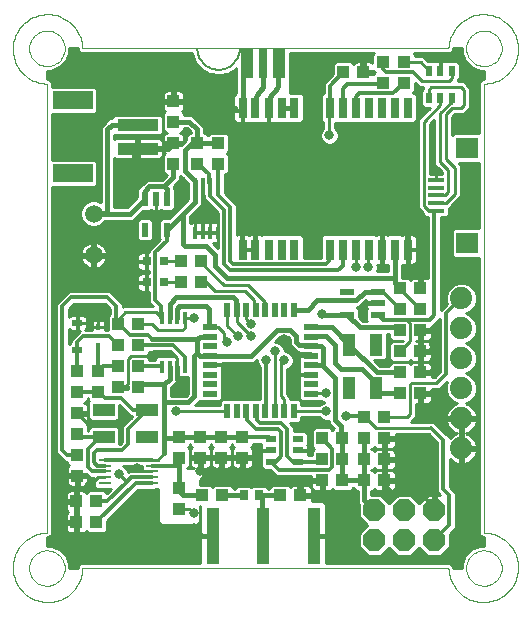
<source format=gtl>
G75*
G70*
%OFA0B0*%
%FSLAX24Y24*%
%IPPOS*%
%LPD*%
%AMOC8*
5,1,8,0,0,1.08239X$1,22.5*
%
%ADD10C,0.0000*%
%ADD11C,0.0010*%
%ADD12R,0.0394X0.0098*%
%ADD13R,0.0394X0.0433*%
%ADD14R,0.0433X0.0394*%
%ADD15R,0.0276X0.0354*%
%ADD16R,0.0748X0.0433*%
%ADD17R,0.0157X0.0197*%
%ADD18R,0.0500X0.0220*%
%ADD19R,0.0220X0.0500*%
%ADD20OC8,0.0740*%
%ADD21C,0.0740*%
%ADD22R,0.0433X0.0748*%
%ADD23R,0.0327X0.0248*%
%ADD24C,0.0050*%
%ADD25R,0.0315X0.0984*%
%ADD26R,0.0394X0.0984*%
%ADD27R,0.0315X0.0709*%
%ADD28R,0.0217X0.0472*%
%ADD29R,0.1339X0.0591*%
%ADD30R,0.1378X0.0394*%
%ADD31R,0.0177X0.0394*%
%ADD32R,0.0394X0.1870*%
%ADD33R,0.0315X0.0315*%
%ADD34R,0.0236X0.0354*%
%ADD35R,0.0472X0.0217*%
%ADD36R,0.0551X0.0138*%
%ADD37R,0.0748X0.0709*%
%ADD38C,0.0594*%
%ADD39R,0.0354X0.0236*%
%ADD40C,0.0160*%
%ADD41C,0.0320*%
%ADD42C,0.0120*%
%ADD43C,0.0100*%
D10*
X005877Y004927D02*
X005879Y004975D01*
X005885Y005023D01*
X005895Y005070D01*
X005908Y005116D01*
X005926Y005161D01*
X005946Y005205D01*
X005971Y005247D01*
X005999Y005286D01*
X006029Y005323D01*
X006063Y005357D01*
X006100Y005389D01*
X006138Y005418D01*
X006179Y005443D01*
X006222Y005465D01*
X006267Y005483D01*
X006313Y005497D01*
X006360Y005508D01*
X006408Y005515D01*
X006456Y005518D01*
X006504Y005517D01*
X006552Y005512D01*
X006600Y005503D01*
X006646Y005491D01*
X006691Y005474D01*
X006735Y005454D01*
X006777Y005431D01*
X006817Y005404D01*
X006855Y005374D01*
X006890Y005341D01*
X006922Y005305D01*
X006952Y005267D01*
X006978Y005226D01*
X007000Y005183D01*
X007020Y005139D01*
X007035Y005094D01*
X007047Y005047D01*
X007055Y004999D01*
X007059Y004951D01*
X007059Y004903D01*
X007055Y004855D01*
X007047Y004807D01*
X007035Y004760D01*
X007020Y004715D01*
X007000Y004671D01*
X006978Y004628D01*
X006952Y004587D01*
X006922Y004549D01*
X006890Y004513D01*
X006855Y004480D01*
X006817Y004450D01*
X006777Y004423D01*
X006735Y004400D01*
X006691Y004380D01*
X006646Y004363D01*
X006600Y004351D01*
X006552Y004342D01*
X006504Y004337D01*
X006456Y004336D01*
X006408Y004339D01*
X006360Y004346D01*
X006313Y004357D01*
X006267Y004371D01*
X006222Y004389D01*
X006179Y004411D01*
X006138Y004436D01*
X006100Y004465D01*
X006063Y004497D01*
X006029Y004531D01*
X005999Y004568D01*
X005971Y004607D01*
X005946Y004649D01*
X005926Y004693D01*
X005908Y004738D01*
X005895Y004784D01*
X005885Y004831D01*
X005879Y004879D01*
X005877Y004927D01*
X005877Y022250D02*
X005879Y022298D01*
X005885Y022346D01*
X005895Y022393D01*
X005908Y022439D01*
X005926Y022484D01*
X005946Y022528D01*
X005971Y022570D01*
X005999Y022609D01*
X006029Y022646D01*
X006063Y022680D01*
X006100Y022712D01*
X006138Y022741D01*
X006179Y022766D01*
X006222Y022788D01*
X006267Y022806D01*
X006313Y022820D01*
X006360Y022831D01*
X006408Y022838D01*
X006456Y022841D01*
X006504Y022840D01*
X006552Y022835D01*
X006600Y022826D01*
X006646Y022814D01*
X006691Y022797D01*
X006735Y022777D01*
X006777Y022754D01*
X006817Y022727D01*
X006855Y022697D01*
X006890Y022664D01*
X006922Y022628D01*
X006952Y022590D01*
X006978Y022549D01*
X007000Y022506D01*
X007020Y022462D01*
X007035Y022417D01*
X007047Y022370D01*
X007055Y022322D01*
X007059Y022274D01*
X007059Y022226D01*
X007055Y022178D01*
X007047Y022130D01*
X007035Y022083D01*
X007020Y022038D01*
X007000Y021994D01*
X006978Y021951D01*
X006952Y021910D01*
X006922Y021872D01*
X006890Y021836D01*
X006855Y021803D01*
X006817Y021773D01*
X006777Y021746D01*
X006735Y021723D01*
X006691Y021703D01*
X006646Y021686D01*
X006600Y021674D01*
X006552Y021665D01*
X006504Y021660D01*
X006456Y021659D01*
X006408Y021662D01*
X006360Y021669D01*
X006313Y021680D01*
X006267Y021694D01*
X006222Y021712D01*
X006179Y021734D01*
X006138Y021759D01*
X006100Y021788D01*
X006063Y021820D01*
X006029Y021854D01*
X005999Y021891D01*
X005971Y021930D01*
X005946Y021972D01*
X005926Y022016D01*
X005908Y022061D01*
X005895Y022107D01*
X005885Y022154D01*
X005879Y022202D01*
X005877Y022250D01*
X020444Y022250D02*
X020446Y022298D01*
X020452Y022346D01*
X020462Y022393D01*
X020475Y022439D01*
X020493Y022484D01*
X020513Y022528D01*
X020538Y022570D01*
X020566Y022609D01*
X020596Y022646D01*
X020630Y022680D01*
X020667Y022712D01*
X020705Y022741D01*
X020746Y022766D01*
X020789Y022788D01*
X020834Y022806D01*
X020880Y022820D01*
X020927Y022831D01*
X020975Y022838D01*
X021023Y022841D01*
X021071Y022840D01*
X021119Y022835D01*
X021167Y022826D01*
X021213Y022814D01*
X021258Y022797D01*
X021302Y022777D01*
X021344Y022754D01*
X021384Y022727D01*
X021422Y022697D01*
X021457Y022664D01*
X021489Y022628D01*
X021519Y022590D01*
X021545Y022549D01*
X021567Y022506D01*
X021587Y022462D01*
X021602Y022417D01*
X021614Y022370D01*
X021622Y022322D01*
X021626Y022274D01*
X021626Y022226D01*
X021622Y022178D01*
X021614Y022130D01*
X021602Y022083D01*
X021587Y022038D01*
X021567Y021994D01*
X021545Y021951D01*
X021519Y021910D01*
X021489Y021872D01*
X021457Y021836D01*
X021422Y021803D01*
X021384Y021773D01*
X021344Y021746D01*
X021302Y021723D01*
X021258Y021703D01*
X021213Y021686D01*
X021167Y021674D01*
X021119Y021665D01*
X021071Y021660D01*
X021023Y021659D01*
X020975Y021662D01*
X020927Y021669D01*
X020880Y021680D01*
X020834Y021694D01*
X020789Y021712D01*
X020746Y021734D01*
X020705Y021759D01*
X020667Y021788D01*
X020630Y021820D01*
X020596Y021854D01*
X020566Y021891D01*
X020538Y021930D01*
X020513Y021972D01*
X020493Y022016D01*
X020475Y022061D01*
X020462Y022107D01*
X020452Y022154D01*
X020446Y022202D01*
X020444Y022250D01*
X020444Y004927D02*
X020446Y004975D01*
X020452Y005023D01*
X020462Y005070D01*
X020475Y005116D01*
X020493Y005161D01*
X020513Y005205D01*
X020538Y005247D01*
X020566Y005286D01*
X020596Y005323D01*
X020630Y005357D01*
X020667Y005389D01*
X020705Y005418D01*
X020746Y005443D01*
X020789Y005465D01*
X020834Y005483D01*
X020880Y005497D01*
X020927Y005508D01*
X020975Y005515D01*
X021023Y005518D01*
X021071Y005517D01*
X021119Y005512D01*
X021167Y005503D01*
X021213Y005491D01*
X021258Y005474D01*
X021302Y005454D01*
X021344Y005431D01*
X021384Y005404D01*
X021422Y005374D01*
X021457Y005341D01*
X021489Y005305D01*
X021519Y005267D01*
X021545Y005226D01*
X021567Y005183D01*
X021587Y005139D01*
X021602Y005094D01*
X021614Y005047D01*
X021622Y004999D01*
X021626Y004951D01*
X021626Y004903D01*
X021622Y004855D01*
X021614Y004807D01*
X021602Y004760D01*
X021587Y004715D01*
X021567Y004671D01*
X021545Y004628D01*
X021519Y004587D01*
X021489Y004549D01*
X021457Y004513D01*
X021422Y004480D01*
X021384Y004450D01*
X021344Y004423D01*
X021302Y004400D01*
X021258Y004380D01*
X021213Y004363D01*
X021167Y004351D01*
X021119Y004342D01*
X021071Y004337D01*
X021023Y004336D01*
X020975Y004339D01*
X020927Y004346D01*
X020880Y004357D01*
X020834Y004371D01*
X020789Y004389D01*
X020746Y004411D01*
X020705Y004436D01*
X020667Y004465D01*
X020630Y004497D01*
X020596Y004531D01*
X020566Y004568D01*
X020538Y004607D01*
X020513Y004649D01*
X020493Y004693D01*
X020475Y004738D01*
X020462Y004784D01*
X020452Y004831D01*
X020446Y004879D01*
X020444Y004927D01*
D11*
X019854Y004927D02*
X007649Y004927D01*
X007649Y004928D02*
X007646Y004860D01*
X007638Y004793D01*
X007627Y004726D01*
X007612Y004660D01*
X007593Y004595D01*
X007571Y004531D01*
X007544Y004469D01*
X007514Y004408D01*
X007481Y004349D01*
X007444Y004292D01*
X007404Y004238D01*
X007361Y004186D01*
X007315Y004136D01*
X007266Y004089D01*
X007214Y004045D01*
X007160Y004005D01*
X007104Y003967D01*
X007046Y003933D01*
X006985Y003902D01*
X006923Y003875D01*
X006860Y003852D01*
X006795Y003832D01*
X006729Y003816D01*
X006663Y003804D01*
X006595Y003796D01*
X006528Y003792D01*
X006460Y003791D01*
X006392Y003795D01*
X006325Y003803D01*
X006258Y003814D01*
X006193Y003830D01*
X006128Y003849D01*
X006064Y003872D01*
X006002Y003899D01*
X005941Y003929D01*
X005883Y003963D01*
X005826Y004000D01*
X005772Y004041D01*
X005720Y004084D01*
X005670Y004130D01*
X005624Y004180D01*
X005581Y004232D01*
X005540Y004286D01*
X005503Y004343D01*
X005469Y004401D01*
X005439Y004462D01*
X005412Y004524D01*
X005389Y004588D01*
X005370Y004653D01*
X005354Y004718D01*
X005343Y004785D01*
X005335Y004852D01*
X005331Y004920D01*
X005332Y004988D01*
X005336Y005055D01*
X005344Y005123D01*
X005356Y005189D01*
X005372Y005255D01*
X005392Y005320D01*
X005415Y005383D01*
X005442Y005445D01*
X005473Y005506D01*
X005507Y005564D01*
X005545Y005620D01*
X005585Y005674D01*
X005629Y005726D01*
X005676Y005775D01*
X005726Y005821D01*
X005778Y005864D01*
X005832Y005904D01*
X005889Y005941D01*
X005948Y005974D01*
X006009Y006004D01*
X006071Y006031D01*
X006135Y006053D01*
X006200Y006072D01*
X006266Y006087D01*
X006333Y006098D01*
X006400Y006106D01*
X006468Y006109D01*
X006468Y006108D02*
X006468Y021069D01*
X006400Y021072D01*
X006333Y021080D01*
X006266Y021091D01*
X006200Y021106D01*
X006135Y021125D01*
X006071Y021147D01*
X006009Y021174D01*
X005948Y021204D01*
X005889Y021237D01*
X005832Y021274D01*
X005778Y021314D01*
X005726Y021357D01*
X005676Y021403D01*
X005629Y021452D01*
X005585Y021504D01*
X005545Y021558D01*
X005507Y021614D01*
X005473Y021672D01*
X005442Y021733D01*
X005415Y021795D01*
X005392Y021858D01*
X005372Y021923D01*
X005356Y021989D01*
X005344Y022055D01*
X005336Y022123D01*
X005332Y022190D01*
X005331Y022258D01*
X005335Y022326D01*
X005343Y022393D01*
X005354Y022460D01*
X005370Y022525D01*
X005389Y022590D01*
X005412Y022654D01*
X005439Y022716D01*
X005469Y022777D01*
X005503Y022835D01*
X005540Y022892D01*
X005581Y022946D01*
X005624Y022998D01*
X005670Y023048D01*
X005720Y023094D01*
X005772Y023137D01*
X005826Y023178D01*
X005883Y023215D01*
X005941Y023249D01*
X006002Y023279D01*
X006064Y023306D01*
X006128Y023329D01*
X006193Y023348D01*
X006258Y023364D01*
X006325Y023375D01*
X006392Y023383D01*
X006460Y023387D01*
X006528Y023386D01*
X006595Y023382D01*
X006663Y023374D01*
X006729Y023362D01*
X006795Y023346D01*
X006860Y023326D01*
X006923Y023303D01*
X006985Y023276D01*
X007046Y023245D01*
X007104Y023211D01*
X007160Y023173D01*
X007214Y023133D01*
X007266Y023089D01*
X007315Y023042D01*
X007361Y022992D01*
X007404Y022940D01*
X007444Y022886D01*
X007481Y022829D01*
X007514Y022770D01*
X007544Y022709D01*
X007571Y022647D01*
X007593Y022583D01*
X007612Y022518D01*
X007627Y022452D01*
X007638Y022385D01*
X007646Y022318D01*
X007649Y022250D01*
X019854Y022250D01*
X019857Y022318D01*
X019865Y022385D01*
X019876Y022452D01*
X019891Y022518D01*
X019910Y022583D01*
X019932Y022647D01*
X019959Y022709D01*
X019989Y022770D01*
X020022Y022829D01*
X020059Y022886D01*
X020099Y022940D01*
X020142Y022992D01*
X020188Y023042D01*
X020237Y023089D01*
X020289Y023133D01*
X020343Y023173D01*
X020399Y023211D01*
X020457Y023245D01*
X020518Y023276D01*
X020580Y023303D01*
X020643Y023326D01*
X020708Y023346D01*
X020774Y023362D01*
X020840Y023374D01*
X020908Y023382D01*
X020975Y023386D01*
X021043Y023387D01*
X021111Y023383D01*
X021178Y023375D01*
X021245Y023364D01*
X021310Y023348D01*
X021375Y023329D01*
X021439Y023306D01*
X021501Y023279D01*
X021562Y023249D01*
X021620Y023215D01*
X021677Y023178D01*
X021731Y023137D01*
X021783Y023094D01*
X021833Y023048D01*
X021879Y022998D01*
X021922Y022946D01*
X021963Y022892D01*
X022000Y022835D01*
X022034Y022777D01*
X022064Y022716D01*
X022091Y022654D01*
X022114Y022590D01*
X022133Y022525D01*
X022149Y022460D01*
X022160Y022393D01*
X022168Y022326D01*
X022172Y022258D01*
X022171Y022190D01*
X022167Y022123D01*
X022159Y022055D01*
X022147Y021989D01*
X022131Y021923D01*
X022111Y021858D01*
X022088Y021795D01*
X022061Y021733D01*
X022030Y021672D01*
X021996Y021614D01*
X021958Y021558D01*
X021918Y021504D01*
X021874Y021452D01*
X021827Y021403D01*
X021777Y021357D01*
X021725Y021314D01*
X021671Y021274D01*
X021614Y021237D01*
X021555Y021204D01*
X021494Y021174D01*
X021432Y021147D01*
X021368Y021125D01*
X021303Y021106D01*
X021237Y021091D01*
X021170Y021080D01*
X021103Y021072D01*
X021035Y021069D01*
X021035Y006108D01*
X021035Y006109D02*
X021103Y006106D01*
X021170Y006098D01*
X021237Y006087D01*
X021303Y006072D01*
X021368Y006053D01*
X021432Y006031D01*
X021494Y006004D01*
X021555Y005974D01*
X021614Y005941D01*
X021671Y005904D01*
X021725Y005864D01*
X021777Y005821D01*
X021827Y005775D01*
X021874Y005726D01*
X021918Y005674D01*
X021958Y005620D01*
X021996Y005564D01*
X022030Y005506D01*
X022061Y005445D01*
X022088Y005383D01*
X022111Y005320D01*
X022131Y005255D01*
X022147Y005189D01*
X022159Y005123D01*
X022167Y005055D01*
X022171Y004988D01*
X022172Y004920D01*
X022168Y004852D01*
X022160Y004785D01*
X022149Y004718D01*
X022133Y004653D01*
X022114Y004588D01*
X022091Y004524D01*
X022064Y004462D01*
X022034Y004401D01*
X022000Y004343D01*
X021963Y004286D01*
X021922Y004232D01*
X021879Y004180D01*
X021833Y004130D01*
X021783Y004084D01*
X021731Y004041D01*
X021677Y004000D01*
X021620Y003963D01*
X021562Y003929D01*
X021501Y003899D01*
X021439Y003872D01*
X021375Y003849D01*
X021310Y003830D01*
X021245Y003814D01*
X021178Y003803D01*
X021111Y003795D01*
X021043Y003791D01*
X020975Y003792D01*
X020908Y003796D01*
X020840Y003804D01*
X020774Y003816D01*
X020708Y003832D01*
X020643Y003852D01*
X020580Y003875D01*
X020518Y003902D01*
X020457Y003933D01*
X020399Y003967D01*
X020343Y004005D01*
X020289Y004045D01*
X020237Y004089D01*
X020188Y004136D01*
X020142Y004186D01*
X020099Y004238D01*
X020059Y004292D01*
X020022Y004349D01*
X019989Y004408D01*
X019959Y004469D01*
X019932Y004531D01*
X019910Y004595D01*
X019891Y004660D01*
X019876Y004726D01*
X019865Y004793D01*
X019857Y004860D01*
X019854Y004928D01*
D12*
X009974Y007753D03*
X009974Y007949D03*
X009974Y008146D03*
X009974Y008343D03*
X009974Y008540D03*
X008399Y008540D03*
X008399Y008343D03*
X008399Y008146D03*
X008399Y007949D03*
X008399Y007753D03*
D13*
X008121Y007146D03*
X007452Y007146D03*
X007487Y008012D03*
X007487Y008681D03*
X007487Y009412D03*
X007487Y010081D03*
X007487Y010812D03*
X007487Y011481D03*
X008187Y011481D03*
X008187Y010812D03*
X008852Y011646D03*
X008852Y012346D03*
X009521Y012346D03*
X009521Y011646D03*
X009521Y013046D03*
X008852Y013046D03*
X010952Y014446D03*
X010952Y015146D03*
X011621Y015146D03*
X011621Y014446D03*
X010687Y018412D03*
X010687Y019081D03*
X010687Y019812D03*
X010687Y020481D03*
X016352Y021446D03*
X017021Y021446D03*
X018252Y013546D03*
X018921Y013546D03*
X016321Y009246D03*
X015652Y009246D03*
X015652Y008546D03*
X016321Y008546D03*
X012987Y008612D03*
X012987Y009281D03*
X012287Y009281D03*
X012287Y008612D03*
X011587Y008612D03*
X011587Y009281D03*
X010887Y009281D03*
X010887Y008612D03*
X010887Y007581D03*
X010887Y006912D03*
X008121Y006446D03*
X007452Y006446D03*
D14*
X008852Y010946D03*
X009521Y010946D03*
X011652Y007346D03*
X012321Y007346D03*
X014252Y007346D03*
X014921Y007346D03*
X015652Y007846D03*
X016321Y007846D03*
X017052Y007846D03*
X017052Y008546D03*
X017052Y009246D03*
X017721Y009246D03*
X017721Y008546D03*
X017721Y007846D03*
X017721Y009946D03*
X018252Y010746D03*
X018252Y011446D03*
X018921Y011446D03*
X018921Y010746D03*
X018921Y012146D03*
X018921Y012846D03*
X018252Y012846D03*
X018252Y012146D03*
X018252Y014246D03*
X018921Y014246D03*
X017052Y009946D03*
X012187Y018412D03*
X012187Y019081D03*
X011487Y019081D03*
X011487Y018412D03*
X017687Y021112D03*
X017687Y021781D03*
X018387Y021781D03*
X018387Y021112D03*
D15*
X013543Y007346D03*
X013031Y007346D03*
D16*
X009815Y009294D03*
X009815Y010199D03*
X008358Y010199D03*
X008358Y009294D03*
D17*
X008187Y012331D03*
X008187Y012961D03*
D18*
X011897Y012949D03*
X011897Y012634D03*
X011897Y012319D03*
X011897Y012004D03*
X011897Y011689D03*
X011897Y011374D03*
X011897Y011059D03*
X011897Y010744D03*
X015277Y010744D03*
X015277Y011059D03*
X015277Y011374D03*
X015277Y011689D03*
X015277Y012004D03*
X015277Y012319D03*
X015277Y012634D03*
X015277Y012949D03*
D19*
X014689Y013536D03*
X014374Y013536D03*
X014059Y013536D03*
X013744Y013536D03*
X013429Y013536D03*
X013114Y013536D03*
X012799Y013536D03*
X012484Y013536D03*
X012484Y010156D03*
X012799Y010156D03*
X013114Y010156D03*
X013429Y010156D03*
X013744Y010156D03*
X014059Y010156D03*
X014374Y010156D03*
X014689Y010156D03*
D20*
X017387Y006846D03*
X017387Y005846D03*
X018387Y005846D03*
X019387Y005846D03*
X019387Y006846D03*
X018387Y006846D03*
D21*
X020287Y008915D03*
X020287Y009915D03*
X020287Y010915D03*
X020287Y011915D03*
X020287Y012915D03*
X020287Y013915D03*
D22*
X017440Y012375D03*
X016534Y012375D03*
X016534Y010918D03*
X017440Y010918D03*
D23*
X007487Y012194D03*
X007487Y013099D03*
D24*
X011482Y022246D02*
X011484Y022194D01*
X011490Y022143D01*
X011499Y022092D01*
X011512Y022042D01*
X011529Y021993D01*
X011549Y021945D01*
X011573Y021899D01*
X011600Y021855D01*
X011630Y021813D01*
X011663Y021773D01*
X011699Y021736D01*
X011737Y021701D01*
X011778Y021669D01*
X011822Y021641D01*
X011867Y021615D01*
X011914Y021593D01*
X011962Y021575D01*
X012012Y021560D01*
X012062Y021549D01*
X012113Y021541D01*
X012165Y021537D01*
X012217Y021537D01*
X012269Y021541D01*
X012320Y021549D01*
X012370Y021560D01*
X012420Y021575D01*
X012468Y021593D01*
X012515Y021615D01*
X012560Y021641D01*
X012604Y021669D01*
X012645Y021701D01*
X012683Y021736D01*
X012719Y021773D01*
X012752Y021813D01*
X012782Y021855D01*
X012809Y021899D01*
X012833Y021945D01*
X012853Y021993D01*
X012870Y022042D01*
X012883Y022092D01*
X012892Y022143D01*
X012898Y022194D01*
X012900Y022246D01*
D25*
X013687Y021746D03*
D26*
X014218Y021746D03*
X013136Y021746D03*
D27*
X012988Y020266D03*
X013421Y020266D03*
X013855Y020266D03*
X014288Y020266D03*
X014721Y020266D03*
X015902Y020266D03*
X016335Y020266D03*
X016768Y020266D03*
X017201Y020266D03*
X017634Y020266D03*
X018067Y020266D03*
X018500Y020266D03*
X018500Y015542D03*
X018067Y015542D03*
X017634Y015542D03*
X017201Y015542D03*
X016768Y015542D03*
X016335Y015542D03*
X015902Y015542D03*
X014721Y015542D03*
X014288Y015542D03*
X013855Y015542D03*
X013421Y015542D03*
X012988Y015542D03*
D28*
X010480Y016203D03*
X010480Y017227D03*
X010106Y017227D03*
X009732Y017227D03*
X009732Y016203D03*
D29*
X007324Y018082D03*
X007324Y020523D03*
D30*
X009489Y019697D03*
X009489Y018909D03*
D31*
X011403Y017722D03*
X011659Y017722D03*
X011915Y017722D03*
X012171Y017722D03*
X012171Y016108D03*
X011915Y016108D03*
X011659Y016108D03*
X011403Y016108D03*
X011071Y013253D03*
X010815Y013253D03*
X010559Y013253D03*
X010303Y013253D03*
X010303Y011639D03*
X010559Y011639D03*
X010815Y011639D03*
X011071Y011639D03*
D32*
X012014Y005991D03*
X013687Y005991D03*
X015360Y005991D03*
D33*
X010382Y014446D03*
X009792Y014446D03*
X009792Y015146D03*
X010382Y015146D03*
D34*
X019213Y020594D03*
X019587Y020594D03*
X019961Y020594D03*
X019961Y021499D03*
X019587Y021499D03*
X019213Y021499D03*
D35*
X017499Y014120D03*
X017499Y013746D03*
X017499Y013372D03*
X016475Y013372D03*
X016475Y014120D03*
D36*
X019444Y016834D03*
X019444Y017090D03*
X019444Y017346D03*
X019444Y017602D03*
X019444Y017858D03*
D37*
X020487Y018921D03*
X020487Y015771D03*
D38*
X008026Y015357D03*
X008026Y016735D03*
D39*
X013934Y009220D03*
X013934Y008846D03*
X013934Y008472D03*
X014840Y008472D03*
X014840Y008846D03*
X014840Y009220D03*
D40*
X014887Y007846D02*
X014887Y007381D01*
X014921Y007346D01*
X014252Y007346D02*
X013543Y007346D01*
X013584Y007305D01*
X013643Y007163D02*
X013643Y006035D01*
X013687Y005991D01*
X013643Y007163D02*
X013641Y007189D01*
X013636Y007215D01*
X013628Y007240D01*
X013616Y007263D01*
X013602Y007285D01*
X013584Y007304D01*
X013031Y007346D02*
X012321Y007346D01*
X011652Y007346D02*
X011121Y007346D01*
X011093Y007348D01*
X011065Y007353D01*
X011038Y007361D01*
X011012Y007373D01*
X010988Y007388D01*
X010965Y007405D01*
X010945Y007425D01*
X010928Y007448D01*
X010913Y007472D01*
X010901Y007498D01*
X010893Y007525D01*
X010888Y007553D01*
X010886Y007581D01*
X010887Y007581D02*
X010887Y008343D01*
X010887Y008446D01*
X010387Y008746D02*
X010387Y009246D01*
X010852Y009246D01*
X010887Y009281D01*
X011587Y009281D01*
X012287Y009281D01*
X012987Y009281D01*
X012987Y008612D02*
X012987Y008146D01*
X012287Y008146D02*
X012287Y008612D01*
X011587Y008612D02*
X011587Y008146D01*
X010387Y009246D02*
X010387Y010446D01*
X011187Y010446D01*
X011387Y010646D01*
X011387Y011996D01*
X011487Y012096D01*
X011587Y011996D01*
X011889Y011996D01*
X011897Y012004D01*
X011904Y011996D01*
X013287Y011996D01*
X014137Y012846D01*
X014587Y012846D01*
X014787Y012646D01*
X014787Y012446D01*
X014887Y012346D01*
X015249Y012346D01*
X015277Y012319D02*
X015614Y012319D01*
X015687Y012246D01*
X015687Y011746D01*
X015637Y011696D02*
X016087Y011246D01*
X016087Y009846D01*
X016237Y009696D01*
X016287Y009646D01*
X016287Y009281D01*
X016321Y009246D02*
X016321Y008546D01*
X016321Y007846D01*
X017052Y007846D01*
X017052Y007181D01*
X017387Y006846D01*
X017721Y007846D02*
X017721Y008546D01*
X017721Y009246D01*
X017052Y009246D02*
X017052Y008546D01*
X017052Y007846D01*
X015987Y006246D02*
X015732Y005991D01*
X015360Y005991D01*
X012014Y005991D02*
X011642Y005991D01*
X011387Y006246D01*
X010387Y010446D02*
X010387Y011046D01*
X009621Y011046D01*
X010387Y011046D02*
X010559Y011218D01*
X010559Y011639D01*
X010815Y011639D02*
X010815Y011218D01*
X010987Y011046D01*
X011487Y012096D02*
X011487Y012546D01*
X009987Y012546D01*
X009521Y013046D02*
X009487Y013046D01*
X010559Y013253D02*
X010559Y013718D01*
X010787Y013946D01*
X012687Y013946D01*
X012787Y013846D01*
X012787Y013446D01*
X011887Y013546D02*
X011887Y012959D01*
X011897Y012949D01*
X011897Y012634D02*
X011574Y012634D01*
X011487Y012546D01*
X011078Y013246D02*
X011071Y013253D01*
X010815Y013253D02*
X010815Y013574D01*
X010887Y013646D01*
X011787Y013646D01*
X011887Y013546D01*
X012487Y014596D02*
X018067Y014596D01*
X018067Y015542D01*
X018067Y014596D02*
X018067Y014431D01*
X018252Y014246D01*
X017499Y014120D02*
X017061Y014120D01*
X016787Y013846D01*
X015487Y013846D01*
X015177Y013536D01*
X014689Y013536D01*
X015277Y012949D02*
X015960Y012949D01*
X016534Y012375D01*
X017462Y011446D01*
X018252Y011446D01*
X018252Y010746D02*
X017611Y010746D01*
X017440Y010918D01*
X017440Y011094D01*
X016987Y011546D01*
X016287Y011546D01*
X016087Y011746D01*
X016087Y012346D01*
X015787Y012646D01*
X015289Y012646D01*
X015277Y012634D01*
X015661Y013372D02*
X015637Y013396D01*
X015661Y013372D02*
X016475Y013372D01*
X016901Y012946D01*
X018152Y012946D01*
X018252Y012846D01*
X015637Y011696D02*
X015284Y011696D01*
X012487Y014596D02*
X012087Y014996D01*
X012087Y015346D01*
X011787Y015646D01*
X011087Y015646D01*
X011005Y015728D01*
X011005Y016728D01*
X011403Y017126D01*
X011403Y017722D01*
X011403Y017830D02*
X011087Y018146D01*
X011087Y018846D01*
X011287Y019046D01*
X011487Y019081D02*
X011487Y019546D01*
X011221Y019812D01*
X010687Y019812D01*
X010721Y020446D02*
X010687Y020481D01*
X010721Y020446D02*
X011187Y020446D01*
X011487Y019081D02*
X012187Y019081D01*
X012988Y020266D02*
X012988Y021392D01*
X013687Y021114D02*
X013685Y021079D01*
X013681Y021043D01*
X013673Y021009D01*
X013663Y020975D01*
X013649Y020942D01*
X013633Y020911D01*
X013614Y020881D01*
X013592Y020853D01*
X013568Y020827D01*
X013687Y021114D02*
X013687Y021746D01*
X013134Y021746D02*
X013105Y021713D01*
X013078Y021679D01*
X013055Y021642D01*
X013035Y021603D01*
X013018Y021563D01*
X013005Y021521D01*
X012996Y021479D01*
X012990Y021436D01*
X012988Y021392D01*
X013135Y021745D02*
X013136Y021746D01*
X014187Y021153D02*
X014185Y021109D01*
X014179Y021066D01*
X014170Y021024D01*
X014157Y020982D01*
X014140Y020942D01*
X014120Y020903D01*
X014097Y020866D01*
X014070Y020832D01*
X014041Y020799D01*
X014040Y020800D02*
X014001Y020760D01*
X013567Y020828D02*
X013538Y020795D01*
X013511Y020761D01*
X013488Y020724D01*
X013468Y020685D01*
X013451Y020645D01*
X013438Y020603D01*
X013429Y020561D01*
X013423Y020518D01*
X013421Y020474D01*
X013421Y020266D01*
X013855Y020266D02*
X013855Y020407D01*
X014288Y020266D02*
X014721Y020266D01*
X014001Y020761D02*
X013972Y020728D01*
X013945Y020694D01*
X013922Y020657D01*
X013902Y020618D01*
X013885Y020578D01*
X013872Y020536D01*
X013863Y020494D01*
X013857Y020451D01*
X013855Y020407D01*
X014187Y021153D02*
X014187Y021715D01*
X014218Y021746D01*
X010687Y019081D02*
X010515Y018909D01*
X009489Y018909D01*
X009387Y018807D01*
X009387Y018346D01*
X008887Y018346D01*
X009387Y018346D02*
X009887Y018346D01*
X009887Y017646D02*
X009732Y017491D01*
X009732Y017227D01*
X009240Y016735D01*
X008026Y016735D01*
X008037Y016746D01*
X008487Y016746D01*
X008487Y019546D01*
X008637Y019697D01*
X009489Y019697D01*
X010687Y018412D02*
X010687Y017946D01*
X010387Y017646D01*
X010487Y017546D01*
X010487Y017234D01*
X010480Y017227D01*
X010387Y017646D02*
X009887Y017646D01*
X011005Y016728D02*
X010480Y016203D01*
X012987Y016446D02*
X012987Y015543D01*
X012988Y015542D01*
X013421Y015542D02*
X013421Y016381D01*
X013487Y016446D01*
D41*
X013687Y016446D03*
X014387Y016446D03*
X015087Y016446D03*
X015087Y017146D03*
X014387Y017146D03*
X014387Y017846D03*
X015087Y017846D03*
X015087Y018546D03*
X014387Y018546D03*
X013687Y018546D03*
X013687Y017846D03*
X013687Y017146D03*
X012987Y017146D03*
X012987Y017846D03*
X012987Y018546D03*
X012987Y019246D03*
X013687Y019246D03*
X014387Y019246D03*
X015087Y019246D03*
X015387Y020146D03*
X015387Y020646D03*
X015387Y021146D03*
X014887Y021146D03*
X014887Y021646D03*
X015887Y019346D03*
X016487Y019346D03*
X016487Y018646D03*
X016487Y017946D03*
X016487Y017246D03*
X016487Y016546D03*
X017187Y016546D03*
X017187Y017246D03*
X017187Y017946D03*
X017887Y017946D03*
X017887Y017246D03*
X017887Y016546D03*
X018587Y016546D03*
X018587Y017246D03*
X018587Y017946D03*
X018587Y018646D03*
X017887Y018646D03*
X017887Y019346D03*
X017187Y019346D03*
X017187Y018646D03*
X019387Y018196D03*
X017187Y014946D03*
X016787Y014946D03*
X016987Y013546D03*
X015637Y013396D03*
X014387Y012546D03*
X014087Y012146D03*
X013787Y011846D03*
X013287Y012646D03*
X013287Y013046D03*
X012837Y012646D03*
X012487Y012446D03*
X012487Y011546D03*
X011387Y013246D03*
X010987Y011046D03*
X010787Y010146D03*
X011587Y008146D03*
X012287Y008146D03*
X012987Y008146D03*
X011387Y006746D03*
X011387Y006246D03*
X011387Y005746D03*
X011387Y005246D03*
X009487Y008246D03*
X008887Y008046D03*
X007887Y007646D03*
X006987Y007146D03*
X008887Y009746D03*
X008187Y013546D03*
X007487Y013546D03*
X008887Y018346D03*
X009387Y018346D03*
X009887Y018346D03*
X011187Y020446D03*
X011987Y020646D03*
X011987Y020146D03*
X012487Y020646D03*
X012487Y021146D03*
X011987Y021146D03*
X011987Y016746D03*
X012987Y016446D03*
X014387Y011846D03*
X015787Y010746D03*
X015787Y010146D03*
X016437Y009996D03*
X014887Y007846D03*
X015687Y007346D03*
X015987Y006746D03*
X015987Y006246D03*
X015987Y005746D03*
X015987Y005246D03*
X019387Y010746D03*
X019387Y011446D03*
X019387Y012346D03*
X019387Y012846D03*
X018937Y014796D03*
X019587Y021946D03*
X016987Y021946D03*
D42*
X016987Y021481D01*
X017021Y021446D01*
X016487Y021046D02*
X017621Y021046D01*
X017687Y021112D01*
X017787Y021446D02*
X017687Y021546D01*
X017687Y021781D01*
X017787Y021446D02*
X018687Y021446D01*
X018387Y021112D02*
X018021Y020746D01*
X016887Y020746D01*
X016768Y020627D01*
X016768Y020266D01*
X016335Y020266D02*
X016335Y020894D01*
X016487Y021046D01*
X016352Y021446D02*
X015902Y020996D01*
X015902Y020266D01*
X014687Y019446D02*
X014087Y019446D01*
X013887Y019646D01*
X013887Y020246D01*
X013874Y020246D01*
X013855Y020266D01*
X012988Y020248D02*
X012988Y020266D01*
X012988Y020248D02*
X012987Y020246D01*
X012987Y020146D01*
X011987Y020146D01*
X012187Y018412D02*
X012187Y017738D01*
X012187Y017346D01*
X012587Y016946D01*
X012587Y015146D01*
X012687Y015046D01*
X015787Y015046D01*
X015887Y015146D01*
X015887Y015527D01*
X015902Y015542D01*
X016335Y015542D02*
X016335Y014994D01*
X016187Y014846D01*
X012587Y014846D01*
X012387Y015046D01*
X012387Y016846D01*
X011915Y017318D01*
X011915Y017722D01*
X011887Y017750D01*
X011887Y018046D01*
X011521Y018412D01*
X011487Y018412D01*
X011659Y017722D02*
X011659Y016746D01*
X011987Y016746D01*
X011659Y016746D02*
X011659Y016108D01*
X011403Y016108D01*
X011659Y016108D02*
X011915Y016108D01*
X012171Y016108D01*
X012171Y017722D02*
X012187Y017738D01*
X010480Y016203D02*
X010480Y015839D01*
X010087Y015446D01*
X010087Y013846D01*
X010287Y013646D01*
X010287Y013269D01*
X010303Y013253D01*
X009837Y012696D02*
X009237Y012696D01*
X008887Y013046D01*
X008787Y013146D01*
X008787Y013646D01*
X008487Y013946D01*
X007287Y013946D01*
X006987Y013646D01*
X006987Y008846D01*
X007152Y008681D01*
X007487Y008681D01*
X007837Y008896D02*
X007837Y008296D01*
X007987Y008146D01*
X008399Y008146D01*
X008399Y008343D02*
X008140Y008343D01*
X008037Y008446D01*
X008037Y008746D01*
X008137Y008846D01*
X008987Y008846D01*
X009187Y009046D01*
X009187Y009571D01*
X009815Y010199D01*
X009334Y010199D01*
X008937Y010596D01*
X008402Y010596D01*
X008187Y010812D01*
X007487Y010812D01*
X007487Y011481D02*
X007487Y012194D01*
X007487Y012446D01*
X007687Y012646D01*
X008552Y012646D01*
X008852Y012346D01*
X008852Y011646D02*
X008352Y011646D01*
X008187Y011481D01*
X008187Y012331D01*
X008852Y013046D02*
X008887Y013046D01*
X009521Y012346D02*
X010687Y012346D01*
X011087Y011946D01*
X011087Y011655D01*
X011071Y011639D01*
X010303Y011639D02*
X010296Y011646D01*
X009521Y011646D01*
X009987Y012546D02*
X009837Y012696D01*
X009792Y014446D02*
X009792Y015146D01*
X010087Y017208D02*
X010106Y017227D01*
X013787Y011846D02*
X013787Y010346D01*
X013744Y010304D01*
X013744Y010156D01*
X013487Y010099D02*
X013487Y009846D01*
X013587Y009746D01*
X014287Y009746D01*
X014487Y009546D01*
X014487Y008646D01*
X014661Y008472D01*
X014840Y008472D01*
X015578Y008472D01*
X015652Y008546D01*
X015987Y008296D02*
X015887Y008196D01*
X014210Y008196D01*
X013934Y008472D01*
X014113Y008472D01*
X014287Y008646D01*
X014287Y009446D01*
X014187Y009546D01*
X013437Y009546D01*
X013137Y009846D01*
X013137Y010134D01*
X013114Y010156D01*
X013429Y010156D02*
X013487Y010099D01*
X013873Y009281D02*
X012987Y009281D01*
X013873Y009281D02*
X013934Y009220D01*
X015652Y009246D02*
X015987Y008912D01*
X015987Y008296D01*
X015652Y007846D02*
X015687Y007812D01*
X015687Y007346D01*
X016321Y009246D02*
X016287Y009281D01*
X016437Y009996D02*
X017002Y009996D01*
X017052Y009946D01*
X017087Y009946D01*
X017721Y009246D02*
X017721Y007712D01*
X017987Y007446D01*
X018887Y007446D01*
X019387Y006946D01*
X019387Y006846D01*
X019887Y006346D02*
X019387Y005846D01*
X019887Y006346D02*
X019887Y007346D01*
X019687Y007546D01*
X019687Y009196D01*
X019287Y009596D01*
X019487Y011096D02*
X019787Y011396D01*
X019787Y013415D01*
X020287Y013915D01*
X019387Y013346D02*
X019387Y016778D01*
X019444Y016834D01*
X018487Y016346D02*
X018487Y015542D01*
X018500Y015542D01*
X017634Y015542D02*
X017587Y015589D01*
X017678Y014120D02*
X017499Y014120D01*
X017678Y014120D02*
X018252Y013546D01*
X018487Y013196D02*
X019237Y013196D01*
X019387Y013346D01*
X018921Y013546D02*
X018252Y014216D01*
X018252Y014246D01*
X017499Y013746D02*
X017187Y013746D01*
X016987Y013546D01*
X017499Y013372D02*
X017675Y013196D01*
X018487Y013196D01*
X018921Y012928D02*
X018921Y012846D01*
X018887Y012846D01*
X015287Y012046D02*
X015287Y012014D01*
X015277Y012004D01*
X015287Y012046D02*
X014887Y012046D01*
X014387Y012546D01*
X014887Y012046D02*
X014787Y011946D01*
X014787Y011446D01*
X014887Y011346D01*
X015249Y011346D01*
X015277Y011374D01*
X012487Y011546D02*
X012344Y011689D01*
X011897Y011689D01*
X009974Y008540D02*
X008399Y008540D01*
X007837Y008896D02*
X008234Y009294D01*
X008358Y009294D01*
X007605Y009294D01*
X007487Y009412D01*
X007821Y009746D02*
X007487Y010081D01*
X007821Y009746D02*
X008887Y009746D01*
X008358Y009294D02*
X007987Y009294D01*
X009287Y007946D02*
X009137Y007796D01*
X008487Y007146D01*
X008121Y007146D01*
X007452Y007146D02*
X006987Y007146D01*
X008121Y006446D02*
X009428Y007753D01*
X009974Y007753D01*
X009971Y007946D02*
X009287Y007946D01*
X009974Y008343D02*
X010887Y008343D01*
D43*
X010887Y008446D02*
X010887Y008612D01*
X011178Y008946D02*
X011234Y009002D01*
X011234Y009051D01*
X011240Y009051D01*
X011240Y009002D01*
X011296Y008946D01*
X011270Y008920D01*
X011250Y008886D01*
X011240Y008848D01*
X011240Y008660D01*
X011538Y008660D01*
X011538Y008563D01*
X011240Y008563D01*
X011240Y008375D01*
X011250Y008337D01*
X011270Y008303D01*
X011298Y008275D01*
X011332Y008255D01*
X011366Y008246D01*
X011147Y008246D01*
X011234Y008333D01*
X011234Y008890D01*
X011178Y008946D01*
X011198Y008967D02*
X011275Y008967D01*
X011245Y008868D02*
X011234Y008868D01*
X011234Y008770D02*
X011240Y008770D01*
X011234Y008671D02*
X011240Y008671D01*
X011234Y008573D02*
X011538Y008573D01*
X011538Y008563D02*
X011635Y008563D01*
X011635Y008245D01*
X011803Y008245D01*
X011842Y008255D01*
X011876Y008275D01*
X011904Y008303D01*
X011923Y008337D01*
X011934Y008375D01*
X011934Y008563D01*
X011635Y008563D01*
X011635Y008660D01*
X011934Y008660D01*
X011934Y008848D01*
X011923Y008886D01*
X011904Y008920D01*
X011878Y008946D01*
X011934Y009002D01*
X011934Y009051D01*
X011940Y009051D01*
X011940Y009002D01*
X011996Y008946D01*
X011970Y008920D01*
X011950Y008886D01*
X011940Y008848D01*
X011940Y008660D01*
X012238Y008660D01*
X012238Y008563D01*
X011940Y008563D01*
X011940Y008375D01*
X011950Y008337D01*
X011970Y008303D01*
X011998Y008275D01*
X012032Y008255D01*
X012070Y008245D01*
X012238Y008245D01*
X012238Y008563D01*
X012335Y008563D01*
X012335Y008245D01*
X012503Y008245D01*
X012542Y008255D01*
X012576Y008275D01*
X012604Y008303D01*
X012623Y008337D01*
X012634Y008375D01*
X012634Y008563D01*
X012335Y008563D01*
X012335Y008660D01*
X012634Y008660D01*
X012634Y008848D01*
X012623Y008886D01*
X012604Y008920D01*
X012578Y008946D01*
X012634Y009002D01*
X012634Y009051D01*
X012640Y009051D01*
X012640Y009002D01*
X012696Y008946D01*
X012670Y008920D01*
X012650Y008886D01*
X012640Y008848D01*
X012640Y008660D01*
X012938Y008660D01*
X012938Y008563D01*
X012640Y008563D01*
X012640Y008375D01*
X012650Y008337D01*
X012670Y008303D01*
X012698Y008275D01*
X012732Y008255D01*
X012770Y008245D01*
X012938Y008245D01*
X012938Y008563D01*
X013035Y008563D01*
X013035Y008245D01*
X013203Y008245D01*
X013242Y008255D01*
X013276Y008275D01*
X013304Y008303D01*
X013323Y008337D01*
X013334Y008375D01*
X013334Y008563D01*
X013035Y008563D01*
X013035Y008660D01*
X013334Y008660D01*
X013334Y008848D01*
X013323Y008886D01*
X013304Y008920D01*
X013278Y008946D01*
X013334Y009002D01*
X013334Y009071D01*
X013607Y009071D01*
X013607Y009040D01*
X013620Y009027D01*
X013617Y009022D01*
X013607Y008984D01*
X013607Y008855D01*
X013925Y008855D01*
X013925Y008837D01*
X013607Y008837D01*
X013607Y008708D01*
X013617Y008670D01*
X013620Y008665D01*
X013607Y008652D01*
X013607Y008292D01*
X013695Y008204D01*
X013905Y008204D01*
X014123Y007986D01*
X015286Y007986D01*
X015286Y007895D01*
X015604Y007895D01*
X015604Y007798D01*
X015701Y007798D01*
X015701Y007499D01*
X015888Y007499D01*
X015927Y007510D01*
X015961Y007529D01*
X015987Y007555D01*
X016043Y007499D01*
X016600Y007499D01*
X016687Y007586D01*
X016774Y007499D01*
X016822Y007499D01*
X016822Y007086D01*
X016867Y007041D01*
X016867Y006631D01*
X017151Y006346D01*
X016867Y006062D01*
X016867Y005631D01*
X017171Y005326D01*
X017602Y005326D01*
X017887Y005611D01*
X018171Y005326D01*
X018602Y005326D01*
X018887Y005611D01*
X019171Y005326D01*
X019602Y005326D01*
X019907Y005631D01*
X019907Y006062D01*
X019903Y006065D01*
X020097Y006259D01*
X020097Y007433D01*
X019974Y007556D01*
X019897Y007633D01*
X019897Y008569D01*
X019948Y008518D01*
X020014Y008470D01*
X020087Y008433D01*
X020165Y008408D01*
X020237Y008396D01*
X020237Y008865D01*
X020337Y008865D01*
X020337Y008965D01*
X020237Y008965D01*
X020237Y009433D01*
X020237Y009865D01*
X019768Y009865D01*
X019780Y009793D01*
X019805Y009715D01*
X019842Y009642D01*
X019890Y009576D01*
X019948Y009518D01*
X020014Y009470D01*
X020087Y009433D01*
X020143Y009415D01*
X020087Y009397D01*
X020014Y009360D01*
X019948Y009311D01*
X019897Y009260D01*
X019897Y009283D01*
X019774Y009406D01*
X019374Y009806D01*
X019200Y009806D01*
X019190Y009796D01*
X018620Y009796D01*
X018687Y009863D01*
X018787Y009963D01*
X018787Y010129D01*
X018787Y010399D01*
X018873Y010399D01*
X018873Y010698D01*
X018970Y010698D01*
X018970Y010795D01*
X019288Y010795D01*
X019288Y010896D01*
X019390Y010896D01*
X019400Y010886D01*
X019574Y010886D01*
X019810Y011122D01*
X019767Y011018D01*
X019767Y010811D01*
X019846Y010620D01*
X019992Y010474D01*
X020139Y010413D01*
X020087Y010397D01*
X020014Y010360D01*
X019948Y010311D01*
X019890Y010254D01*
X019842Y010187D01*
X019805Y010114D01*
X019780Y010037D01*
X019768Y009965D01*
X020237Y009965D01*
X020237Y009865D01*
X020337Y009865D01*
X020337Y009965D01*
X020805Y009965D01*
X020794Y010037D01*
X020769Y010114D01*
X020732Y010187D01*
X020683Y010254D01*
X020626Y010311D01*
X020559Y010360D01*
X020486Y010397D01*
X020435Y010413D01*
X020581Y010474D01*
X020728Y010620D01*
X020807Y010811D01*
X020807Y011018D01*
X020728Y011209D01*
X020581Y011356D01*
X020439Y011415D01*
X020581Y011474D01*
X020728Y011620D01*
X020807Y011811D01*
X020807Y012018D01*
X020728Y012209D01*
X020581Y012356D01*
X020439Y012415D01*
X020581Y012474D01*
X020728Y012620D01*
X020807Y012811D01*
X020807Y013018D01*
X020728Y013209D01*
X020581Y013356D01*
X020439Y013415D01*
X020581Y013474D01*
X020728Y013620D01*
X020807Y013811D01*
X020807Y014018D01*
X020728Y014209D01*
X020581Y014356D01*
X020390Y014435D01*
X020183Y014435D01*
X019992Y014356D01*
X019846Y014209D01*
X019767Y014018D01*
X019767Y013811D01*
X019802Y013727D01*
X019597Y013522D01*
X019597Y016616D01*
X019781Y016616D01*
X019869Y016703D01*
X019869Y016896D01*
X019870Y016896D01*
X019987Y017013D01*
X019987Y017013D01*
X020287Y017313D01*
X020287Y018329D01*
X020199Y018417D01*
X020880Y018417D01*
X020880Y016276D01*
X020051Y016276D01*
X019963Y016188D01*
X019963Y015355D01*
X020051Y015267D01*
X020880Y015267D01*
X020880Y006110D01*
X020879Y006047D01*
X020880Y006046D01*
X020880Y006044D01*
X020924Y006000D01*
X020968Y005955D01*
X020969Y005955D01*
X020971Y005953D01*
X021032Y005953D01*
X021035Y005953D01*
X021035Y005668D01*
X020888Y005668D01*
X020615Y005555D01*
X020407Y005347D01*
X020294Y005075D01*
X020294Y004927D01*
X020009Y004927D01*
X020009Y004930D01*
X020009Y004992D01*
X020008Y004993D01*
X020007Y004995D01*
X019962Y005038D01*
X019918Y005082D01*
X019916Y005082D01*
X019915Y005084D01*
X019852Y005082D01*
X015787Y005082D01*
X015787Y007029D01*
X015670Y007146D01*
X015288Y007146D01*
X015288Y007298D01*
X014970Y007298D01*
X014970Y007395D01*
X014873Y007395D01*
X014873Y007693D01*
X014685Y007693D01*
X014647Y007683D01*
X014613Y007663D01*
X014587Y007637D01*
X014531Y007693D01*
X013974Y007693D01*
X013886Y007605D01*
X013886Y007576D01*
X013831Y007576D01*
X013831Y007586D01*
X013743Y007673D01*
X013343Y007673D01*
X013287Y007617D01*
X013231Y007673D01*
X012831Y007673D01*
X012743Y007586D01*
X012743Y007576D01*
X012688Y007576D01*
X012688Y007605D01*
X012600Y007693D01*
X012043Y007693D01*
X011987Y007637D01*
X011931Y007693D01*
X011587Y007693D01*
X011587Y007863D01*
X011687Y007963D01*
X011687Y008129D01*
X011570Y008246D01*
X011538Y008246D01*
X011538Y008563D01*
X011538Y008474D02*
X011635Y008474D01*
X011635Y008376D02*
X011538Y008376D01*
X011538Y008277D02*
X011635Y008277D01*
X011637Y008179D02*
X013931Y008179D01*
X014029Y008080D02*
X011687Y008080D01*
X011687Y007982D02*
X015286Y007982D01*
X015286Y007798D02*
X015286Y007630D01*
X015296Y007592D01*
X015316Y007557D01*
X015344Y007529D01*
X015378Y007510D01*
X015416Y007499D01*
X015604Y007499D01*
X015604Y007798D01*
X015286Y007798D01*
X015286Y007785D02*
X011587Y007785D01*
X011607Y007883D02*
X015604Y007883D01*
X015604Y007785D02*
X015701Y007785D01*
X015701Y007686D02*
X015604Y007686D01*
X015604Y007588D02*
X015701Y007588D01*
X015298Y007588D02*
X015281Y007588D01*
X015278Y007601D02*
X015258Y007635D01*
X015230Y007663D01*
X015196Y007683D01*
X015158Y007693D01*
X014970Y007693D01*
X014970Y007395D01*
X015288Y007395D01*
X015288Y007563D01*
X015278Y007601D01*
X015286Y007686D02*
X015183Y007686D01*
X014970Y007686D02*
X014873Y007686D01*
X014873Y007588D02*
X014970Y007588D01*
X014970Y007489D02*
X014873Y007489D01*
X014970Y007391D02*
X016822Y007391D01*
X016822Y007489D02*
X015288Y007489D01*
X015288Y007292D02*
X016822Y007292D01*
X016822Y007194D02*
X015288Y007194D01*
X015721Y007095D02*
X016822Y007095D01*
X016867Y006997D02*
X015787Y006997D01*
X015787Y006898D02*
X016867Y006898D01*
X016867Y006800D02*
X015787Y006800D01*
X015787Y006701D02*
X016867Y006701D01*
X016895Y006603D02*
X015787Y006603D01*
X015787Y006504D02*
X016993Y006504D01*
X017092Y006406D02*
X015787Y006406D01*
X015787Y006307D02*
X017112Y006307D01*
X017014Y006209D02*
X015787Y006209D01*
X015787Y006110D02*
X016915Y006110D01*
X016867Y006012D02*
X015787Y006012D01*
X015787Y005913D02*
X016867Y005913D01*
X016867Y005815D02*
X015787Y005815D01*
X015787Y005716D02*
X016867Y005716D01*
X016880Y005618D02*
X015787Y005618D01*
X015787Y005519D02*
X016978Y005519D01*
X017077Y005421D02*
X015787Y005421D01*
X015787Y005322D02*
X020397Y005322D01*
X020356Y005224D02*
X015787Y005224D01*
X015787Y005125D02*
X020315Y005125D01*
X020294Y005027D02*
X019974Y005027D01*
X020009Y004928D02*
X020294Y004928D01*
X020481Y005421D02*
X019697Y005421D01*
X019795Y005519D02*
X020579Y005519D01*
X020766Y005618D02*
X019894Y005618D01*
X019907Y005716D02*
X021035Y005716D01*
X021035Y005815D02*
X019907Y005815D01*
X019907Y005913D02*
X021035Y005913D01*
X020912Y006012D02*
X019907Y006012D01*
X019948Y006110D02*
X020880Y006110D01*
X020880Y006209D02*
X020046Y006209D01*
X020097Y006307D02*
X020880Y006307D01*
X020880Y006406D02*
X020097Y006406D01*
X020097Y006504D02*
X020880Y006504D01*
X020880Y006603D02*
X020097Y006603D01*
X020097Y006701D02*
X020880Y006701D01*
X020880Y006800D02*
X020097Y006800D01*
X020097Y006898D02*
X020880Y006898D01*
X020880Y006997D02*
X020097Y006997D01*
X020097Y007095D02*
X020880Y007095D01*
X020880Y007194D02*
X020097Y007194D01*
X020097Y007292D02*
X020880Y007292D01*
X020880Y007391D02*
X020097Y007391D01*
X020041Y007489D02*
X020880Y007489D01*
X020880Y007588D02*
X019942Y007588D01*
X019974Y007556D02*
X019974Y007556D01*
X019897Y007686D02*
X020880Y007686D01*
X020880Y007785D02*
X019897Y007785D01*
X019897Y007883D02*
X020880Y007883D01*
X020880Y007982D02*
X019897Y007982D01*
X019897Y008080D02*
X020880Y008080D01*
X020880Y008179D02*
X019897Y008179D01*
X019897Y008277D02*
X020880Y008277D01*
X020880Y008376D02*
X019897Y008376D01*
X019897Y008474D02*
X020008Y008474D01*
X020237Y008474D02*
X020337Y008474D01*
X020337Y008396D02*
X020409Y008408D01*
X020486Y008433D01*
X020559Y008470D01*
X020626Y008518D01*
X020683Y008576D01*
X020732Y008642D01*
X020769Y008715D01*
X020794Y008793D01*
X020805Y008865D01*
X020337Y008865D01*
X020337Y008396D01*
X020337Y008573D02*
X020237Y008573D01*
X020237Y008671D02*
X020337Y008671D01*
X020337Y008770D02*
X020237Y008770D01*
X020337Y008868D02*
X020880Y008868D01*
X020880Y008770D02*
X020786Y008770D01*
X020746Y008671D02*
X020880Y008671D01*
X020880Y008573D02*
X020680Y008573D01*
X020565Y008474D02*
X020880Y008474D01*
X020880Y008967D02*
X020805Y008967D01*
X020805Y008965D02*
X020794Y009037D01*
X020769Y009114D01*
X020732Y009187D01*
X020683Y009254D01*
X020626Y009311D01*
X020559Y009360D01*
X020486Y009397D01*
X020431Y009415D01*
X020486Y009433D01*
X020559Y009470D01*
X020626Y009518D01*
X020683Y009576D01*
X020732Y009642D01*
X020769Y009715D01*
X020794Y009793D01*
X020805Y009865D01*
X020337Y009865D01*
X020337Y008965D01*
X020805Y008965D01*
X020785Y009065D02*
X020880Y009065D01*
X020880Y009164D02*
X020744Y009164D01*
X020675Y009262D02*
X020880Y009262D01*
X020880Y009361D02*
X020557Y009361D01*
X020538Y009459D02*
X020880Y009459D01*
X020880Y009558D02*
X020665Y009558D01*
X020739Y009656D02*
X020880Y009656D01*
X020880Y009755D02*
X020782Y009755D01*
X020804Y009853D02*
X020880Y009853D01*
X020880Y009952D02*
X020337Y009952D01*
X020337Y009853D02*
X020237Y009853D01*
X020237Y009755D02*
X020337Y009755D01*
X020337Y009656D02*
X020237Y009656D01*
X020237Y009558D02*
X020337Y009558D01*
X020337Y009459D02*
X020237Y009459D01*
X020237Y009361D02*
X020337Y009361D01*
X020337Y009262D02*
X020237Y009262D01*
X020237Y009164D02*
X020337Y009164D01*
X020337Y009065D02*
X020237Y009065D01*
X020237Y008967D02*
X020337Y008967D01*
X020017Y009361D02*
X019819Y009361D01*
X019774Y009406D02*
X019774Y009406D01*
X019721Y009459D02*
X020035Y009459D01*
X019908Y009558D02*
X019622Y009558D01*
X019524Y009656D02*
X019835Y009656D01*
X019792Y009755D02*
X019425Y009755D01*
X019287Y009596D02*
X017437Y009596D01*
X017087Y009946D01*
X017721Y009946D02*
X018487Y009946D01*
X018587Y010046D01*
X018587Y011046D01*
X018637Y011096D01*
X019487Y011096D01*
X019624Y010937D02*
X019767Y010937D01*
X019774Y011035D02*
X019723Y011035D01*
X019767Y010838D02*
X019288Y010838D01*
X019387Y010746D02*
X018921Y010746D01*
X018970Y010740D02*
X019796Y010740D01*
X019837Y010641D02*
X019288Y010641D01*
X019288Y010698D02*
X018970Y010698D01*
X018970Y010399D01*
X019158Y010399D01*
X019196Y010410D01*
X019230Y010429D01*
X019258Y010457D01*
X019278Y010492D01*
X019288Y010530D01*
X019288Y010698D01*
X019288Y010543D02*
X019923Y010543D01*
X020064Y010444D02*
X019245Y010444D01*
X018970Y010444D02*
X018873Y010444D01*
X018873Y010543D02*
X018970Y010543D01*
X018970Y010641D02*
X018873Y010641D01*
X018787Y010346D02*
X019995Y010346D01*
X019886Y010247D02*
X018787Y010247D01*
X018787Y010149D02*
X019822Y010149D01*
X019784Y010050D02*
X018787Y010050D01*
X018775Y009952D02*
X020237Y009952D01*
X020578Y010346D02*
X020880Y010346D01*
X020880Y010444D02*
X020510Y010444D01*
X020650Y010543D02*
X020880Y010543D01*
X020880Y010641D02*
X020736Y010641D01*
X020777Y010740D02*
X020880Y010740D01*
X020880Y010838D02*
X020807Y010838D01*
X020807Y010937D02*
X020880Y010937D01*
X020880Y011035D02*
X020800Y011035D01*
X020759Y011134D02*
X020880Y011134D01*
X020880Y011232D02*
X020705Y011232D01*
X020606Y011331D02*
X020880Y011331D01*
X020880Y011429D02*
X020474Y011429D01*
X020635Y011528D02*
X020880Y011528D01*
X020880Y011626D02*
X020730Y011626D01*
X020771Y011725D02*
X020880Y011725D01*
X020880Y011823D02*
X020807Y011823D01*
X020807Y011922D02*
X020880Y011922D01*
X020880Y012020D02*
X020806Y012020D01*
X020765Y012119D02*
X020880Y012119D01*
X020880Y012217D02*
X020720Y012217D01*
X020621Y012316D02*
X020880Y012316D01*
X020880Y012414D02*
X020440Y012414D01*
X020620Y012513D02*
X020880Y012513D01*
X020880Y012611D02*
X020719Y012611D01*
X020765Y012710D02*
X020880Y012710D01*
X020880Y012808D02*
X020806Y012808D01*
X020807Y012907D02*
X020880Y012907D01*
X020880Y013005D02*
X020807Y013005D01*
X020771Y013104D02*
X020880Y013104D01*
X020880Y013202D02*
X020731Y013202D01*
X020636Y013301D02*
X020880Y013301D01*
X020880Y013399D02*
X020476Y013399D01*
X020605Y013498D02*
X020880Y013498D01*
X020880Y013596D02*
X020704Y013596D01*
X020759Y013695D02*
X020880Y013695D01*
X020880Y013793D02*
X020799Y013793D01*
X020807Y013892D02*
X020880Y013892D01*
X020880Y013990D02*
X020807Y013990D01*
X020778Y014089D02*
X020880Y014089D01*
X020880Y014187D02*
X020737Y014187D01*
X020651Y014286D02*
X020880Y014286D01*
X020880Y014384D02*
X020512Y014384D01*
X020880Y014483D02*
X019597Y014483D01*
X019597Y014581D02*
X020880Y014581D01*
X020880Y014680D02*
X019597Y014680D01*
X019597Y014778D02*
X020880Y014778D01*
X020880Y014877D02*
X019597Y014877D01*
X019597Y014975D02*
X020880Y014975D01*
X020880Y015074D02*
X019597Y015074D01*
X019597Y015172D02*
X020880Y015172D01*
X020047Y015271D02*
X019597Y015271D01*
X019597Y015369D02*
X019963Y015369D01*
X019963Y015468D02*
X019597Y015468D01*
X019597Y015566D02*
X019963Y015566D01*
X019963Y015665D02*
X019597Y015665D01*
X019597Y015763D02*
X019963Y015763D01*
X019963Y015862D02*
X019597Y015862D01*
X019597Y015960D02*
X019963Y015960D01*
X019963Y016059D02*
X019597Y016059D01*
X019597Y016157D02*
X019963Y016157D01*
X020031Y016256D02*
X019597Y016256D01*
X019597Y016354D02*
X020880Y016354D01*
X020880Y016453D02*
X019597Y016453D01*
X019597Y016551D02*
X020880Y016551D01*
X020880Y016650D02*
X019815Y016650D01*
X019869Y016748D02*
X020880Y016748D01*
X020880Y016847D02*
X019869Y016847D01*
X019919Y016945D02*
X020880Y016945D01*
X020880Y017044D02*
X020017Y017044D01*
X020116Y017142D02*
X020880Y017142D01*
X020880Y017241D02*
X020214Y017241D01*
X020287Y017339D02*
X020880Y017339D01*
X020880Y017438D02*
X020287Y017438D01*
X020287Y017536D02*
X020880Y017536D01*
X020880Y017635D02*
X020287Y017635D01*
X020287Y017733D02*
X020880Y017733D01*
X020880Y017832D02*
X020287Y017832D01*
X020287Y017930D02*
X020880Y017930D01*
X020880Y018029D02*
X020287Y018029D01*
X020287Y018127D02*
X020880Y018127D01*
X020880Y018226D02*
X020287Y018226D01*
X020287Y018324D02*
X020880Y018324D01*
X020087Y018246D02*
X020087Y017396D01*
X019787Y017096D01*
X019449Y017096D01*
X019444Y017090D01*
X019444Y016834D02*
X019199Y016834D01*
X019037Y016996D01*
X019037Y019796D01*
X019587Y020346D01*
X019587Y020594D01*
X019961Y020594D02*
X019961Y020470D01*
X019587Y020096D01*
X019587Y018446D01*
X019837Y018196D01*
X019837Y017446D01*
X019737Y017346D01*
X019444Y017346D01*
X019444Y017858D02*
X019444Y018140D01*
X019387Y018196D01*
X019504Y018246D02*
X019387Y018363D01*
X019387Y019863D01*
X019237Y019713D01*
X019237Y018077D01*
X019444Y018077D01*
X019637Y018077D01*
X019637Y018113D01*
X019504Y018246D01*
X019524Y018226D02*
X019237Y018226D01*
X019237Y018324D02*
X019426Y018324D01*
X019387Y018423D02*
X019237Y018423D01*
X019237Y018521D02*
X019387Y018521D01*
X019387Y018620D02*
X019237Y018620D01*
X019237Y018718D02*
X019387Y018718D01*
X019387Y018817D02*
X019237Y018817D01*
X019237Y018915D02*
X019387Y018915D01*
X019387Y019014D02*
X019237Y019014D01*
X019237Y019112D02*
X019387Y019112D01*
X019387Y019211D02*
X019237Y019211D01*
X019237Y019309D02*
X019387Y019309D01*
X019387Y019408D02*
X019237Y019408D01*
X019237Y019506D02*
X019387Y019506D01*
X019387Y019605D02*
X019237Y019605D01*
X019237Y019703D02*
X019387Y019703D01*
X019387Y019802D02*
X019325Y019802D01*
X019055Y020097D02*
X018808Y020097D01*
X018808Y019999D02*
X018957Y019999D01*
X018858Y019900D02*
X018808Y019900D01*
X018837Y019879D02*
X018837Y016913D01*
X018999Y016752D01*
X019018Y016732D01*
X019018Y016703D01*
X019106Y016616D01*
X019177Y016616D01*
X019177Y014588D01*
X019158Y014593D01*
X018970Y014593D01*
X018970Y014295D01*
X018873Y014295D01*
X018873Y014593D01*
X018685Y014593D01*
X018647Y014583D01*
X018613Y014563D01*
X018587Y014537D01*
X018531Y014593D01*
X018297Y014593D01*
X018297Y015044D01*
X018323Y015037D01*
X018471Y015037D01*
X018471Y015513D01*
X018529Y015513D01*
X018529Y015570D01*
X018808Y015570D01*
X018808Y015916D01*
X018797Y015954D01*
X018778Y015988D01*
X018750Y016016D01*
X018716Y016036D01*
X018677Y016046D01*
X018529Y016046D01*
X018529Y015570D01*
X018471Y015570D01*
X018471Y016046D01*
X018323Y016046D01*
X018294Y016038D01*
X018287Y016046D01*
X017848Y016046D01*
X017840Y016038D01*
X017811Y016046D01*
X017663Y016046D01*
X017663Y015570D01*
X017605Y015570D01*
X017605Y016046D01*
X017457Y016046D01*
X017428Y016038D01*
X017421Y016046D01*
X015682Y016046D01*
X015594Y015958D01*
X015594Y015256D01*
X015028Y015256D01*
X015028Y015958D01*
X014940Y016046D01*
X013635Y016046D01*
X013627Y016038D01*
X013599Y016046D01*
X013450Y016046D01*
X013450Y015570D01*
X013393Y015570D01*
X013393Y015513D01*
X013114Y015513D01*
X013017Y015513D01*
X013017Y015570D01*
X013393Y015570D01*
X013393Y016046D01*
X013244Y016046D01*
X013206Y016036D01*
X013205Y016035D01*
X013204Y016036D01*
X013166Y016046D01*
X013017Y016046D01*
X013017Y015570D01*
X012960Y015570D01*
X012960Y016046D01*
X012811Y016046D01*
X012797Y016042D01*
X012797Y017033D01*
X012674Y017156D01*
X012397Y017433D01*
X012397Y017450D01*
X012409Y017463D01*
X012409Y017981D01*
X012397Y017993D01*
X012397Y018065D01*
X012465Y018065D01*
X012553Y018153D01*
X012553Y018671D01*
X012478Y018746D01*
X012553Y018822D01*
X012553Y019340D01*
X012465Y019428D01*
X011908Y019428D01*
X011837Y019356D01*
X011765Y019428D01*
X011717Y019428D01*
X011717Y019642D01*
X011582Y019776D01*
X011317Y020042D01*
X011034Y020042D01*
X011034Y020090D01*
X010978Y020146D01*
X011004Y020172D01*
X011023Y020206D01*
X011034Y020245D01*
X011034Y020432D01*
X010735Y020432D01*
X010735Y020529D01*
X011034Y020529D01*
X011034Y020717D01*
X011023Y020755D01*
X011004Y020790D01*
X010976Y020817D01*
X010942Y020837D01*
X010903Y020847D01*
X010735Y020847D01*
X010735Y020529D01*
X010638Y020529D01*
X010638Y020432D01*
X010340Y020432D01*
X010340Y020245D01*
X010350Y020206D01*
X010370Y020172D01*
X010396Y020146D01*
X010340Y020090D01*
X010340Y019533D01*
X010428Y019445D01*
X010461Y019445D01*
X010432Y019437D01*
X010398Y019417D01*
X010370Y019390D01*
X010350Y019355D01*
X010340Y019317D01*
X010340Y019129D01*
X010638Y019129D01*
X010638Y019032D01*
X010340Y019032D01*
X010340Y018845D01*
X010350Y018806D01*
X010370Y018772D01*
X010396Y018746D01*
X010340Y018690D01*
X010340Y018133D01*
X010428Y018045D01*
X010457Y018045D01*
X010457Y018042D01*
X010292Y017876D01*
X009792Y017876D01*
X009657Y017742D01*
X009502Y017586D01*
X009502Y017553D01*
X009473Y017525D01*
X009473Y017294D01*
X009145Y016965D01*
X008717Y016965D01*
X008717Y018587D01*
X008742Y018573D01*
X008780Y018562D01*
X009441Y018562D01*
X009441Y018861D01*
X009538Y018861D01*
X009538Y018958D01*
X010328Y018958D01*
X010328Y019126D01*
X010318Y019164D01*
X010298Y019198D01*
X010270Y019226D01*
X010236Y019246D01*
X010198Y019256D01*
X009538Y019256D01*
X009538Y018958D01*
X009441Y018958D01*
X009441Y019256D01*
X008780Y019256D01*
X008742Y019246D01*
X008717Y019231D01*
X008717Y019371D01*
X008738Y019350D01*
X010240Y019350D01*
X010328Y019438D01*
X010328Y019956D01*
X010240Y020044D01*
X008738Y020044D01*
X008650Y019956D01*
X008650Y019927D01*
X008542Y019927D01*
X008392Y019776D01*
X008257Y019642D01*
X008257Y017123D01*
X008115Y017182D01*
X007937Y017182D01*
X007773Y017114D01*
X007647Y016988D01*
X007579Y016824D01*
X007579Y016646D01*
X007647Y016482D01*
X007773Y016356D01*
X007937Y016288D01*
X008115Y016288D01*
X008279Y016356D01*
X008405Y016482D01*
X008415Y016505D01*
X009336Y016505D01*
X009671Y016840D01*
X009902Y016840D01*
X009922Y016861D01*
X009940Y016851D01*
X009978Y016840D01*
X010102Y016840D01*
X010102Y017222D01*
X010110Y017222D01*
X010110Y016840D01*
X010234Y016840D01*
X010272Y016851D01*
X010289Y016861D01*
X010309Y016840D01*
X010650Y016840D01*
X010738Y016928D01*
X010738Y017525D01*
X010717Y017546D01*
X010717Y017642D01*
X010712Y017646D01*
X010917Y017851D01*
X010917Y017991D01*
X010992Y017916D01*
X011164Y017743D01*
X011164Y017463D01*
X011173Y017454D01*
X011173Y017221D01*
X010775Y016823D01*
X010541Y016589D01*
X010309Y016589D01*
X010221Y016501D01*
X010221Y015905D01*
X010235Y015891D01*
X010000Y015656D01*
X010000Y015656D01*
X009877Y015533D01*
X009877Y015454D01*
X009820Y015454D01*
X009820Y015175D01*
X009763Y015175D01*
X009763Y015454D01*
X009614Y015454D01*
X009576Y015444D01*
X009542Y015424D01*
X009514Y015396D01*
X009494Y015362D01*
X009484Y015323D01*
X009484Y015175D01*
X009763Y015175D01*
X009763Y015118D01*
X009484Y015118D01*
X009484Y014969D01*
X009494Y014931D01*
X009514Y014897D01*
X009542Y014869D01*
X009576Y014849D01*
X009614Y014839D01*
X009763Y014839D01*
X009763Y015118D01*
X009820Y015118D01*
X009820Y014839D01*
X009877Y014839D01*
X009877Y014754D01*
X009820Y014754D01*
X009820Y014475D01*
X009763Y014475D01*
X009763Y014754D01*
X009614Y014754D01*
X009576Y014744D01*
X009542Y014724D01*
X009514Y014696D01*
X009494Y014662D01*
X009484Y014623D01*
X009484Y014475D01*
X009763Y014475D01*
X009763Y014418D01*
X009484Y014418D01*
X009484Y014269D01*
X009494Y014231D01*
X009514Y014197D01*
X009542Y014169D01*
X009576Y014149D01*
X009614Y014139D01*
X009763Y014139D01*
X009763Y014418D01*
X009820Y014418D01*
X009820Y014139D01*
X009877Y014139D01*
X009877Y013759D01*
X009990Y013646D01*
X009004Y013646D01*
X008997Y013639D01*
X008997Y013733D01*
X008874Y013856D01*
X008697Y014033D01*
X008574Y014156D01*
X007200Y014156D01*
X007077Y014033D01*
X006777Y013733D01*
X006777Y008759D01*
X006900Y008636D01*
X007065Y008471D01*
X007140Y008471D01*
X007140Y008402D01*
X007196Y008346D01*
X007170Y008320D01*
X007150Y008286D01*
X007140Y008248D01*
X007140Y008060D01*
X007438Y008060D01*
X007438Y007963D01*
X007140Y007963D01*
X007140Y007775D01*
X007150Y007737D01*
X007170Y007703D01*
X007198Y007675D01*
X007232Y007655D01*
X007270Y007645D01*
X007438Y007645D01*
X007438Y007963D01*
X007535Y007963D01*
X007535Y007645D01*
X007703Y007645D01*
X007742Y007655D01*
X007776Y007675D01*
X007804Y007703D01*
X007823Y007737D01*
X007834Y007775D01*
X007834Y007963D01*
X007535Y007963D01*
X007535Y008060D01*
X007776Y008060D01*
X007777Y008059D01*
X007900Y007936D01*
X008053Y007936D01*
X008053Y007880D01*
X008056Y007867D01*
X008053Y007864D01*
X008053Y007641D01*
X008140Y007553D01*
X008597Y007553D01*
X008468Y007425D01*
X008380Y007513D01*
X007862Y007513D01*
X007782Y007432D01*
X007769Y007455D01*
X007741Y007483D01*
X007707Y007503D01*
X007669Y007513D01*
X007501Y007513D01*
X007501Y007195D01*
X007404Y007195D01*
X007404Y007513D01*
X007236Y007513D01*
X007197Y007503D01*
X007163Y007483D01*
X007135Y007455D01*
X007116Y007421D01*
X007105Y007383D01*
X007105Y007195D01*
X007404Y007195D01*
X007404Y007098D01*
X007501Y007098D01*
X007501Y006780D01*
X007501Y006495D01*
X007404Y006495D01*
X007404Y007098D01*
X007105Y007098D01*
X007105Y006910D01*
X007116Y006872D01*
X007135Y006838D01*
X007163Y006810D01*
X007186Y006796D01*
X007163Y006783D01*
X007135Y006755D01*
X007116Y006721D01*
X007105Y006683D01*
X007105Y006495D01*
X007404Y006495D01*
X007404Y006398D01*
X007501Y006398D01*
X007501Y006080D01*
X007669Y006080D01*
X007707Y006090D01*
X007741Y006110D01*
X007769Y006138D01*
X007782Y006160D01*
X007862Y006080D01*
X008380Y006080D01*
X008468Y006168D01*
X008468Y006496D01*
X009515Y007543D01*
X010061Y007543D01*
X010072Y007553D01*
X010187Y007553D01*
X010187Y006463D01*
X010304Y006346D01*
X011470Y006346D01*
X011587Y006463D01*
X011587Y006999D01*
X011587Y005082D01*
X007651Y005082D01*
X007588Y005084D01*
X007587Y005082D01*
X007585Y005082D01*
X007540Y005038D01*
X007495Y004995D01*
X007495Y004993D01*
X007494Y004992D01*
X007494Y004930D01*
X007494Y004927D01*
X007208Y004927D01*
X007208Y005075D01*
X007096Y005347D01*
X006887Y005555D01*
X006615Y005668D01*
X006468Y005668D01*
X006468Y005953D01*
X006471Y005953D01*
X006532Y005953D01*
X006533Y005955D01*
X006535Y005955D01*
X006579Y006000D01*
X006623Y006044D01*
X006623Y006046D01*
X006624Y006047D01*
X006623Y006110D01*
X006623Y017637D01*
X008055Y017637D01*
X008143Y017725D01*
X008143Y018440D01*
X008055Y018528D01*
X006623Y018528D01*
X006623Y020078D01*
X008055Y020078D01*
X008143Y020166D01*
X008143Y020881D01*
X008055Y020969D01*
X006623Y020969D01*
X006623Y021068D01*
X006624Y021130D01*
X006623Y021132D01*
X006623Y021133D01*
X006579Y021178D01*
X006535Y021223D01*
X006533Y021223D01*
X006532Y021224D01*
X006471Y021224D01*
X006468Y021224D01*
X006468Y021510D01*
X006615Y021510D01*
X006887Y021622D01*
X007096Y021831D01*
X007208Y022103D01*
X007208Y022250D01*
X007494Y022250D01*
X007494Y022248D01*
X007494Y022186D01*
X007495Y022185D01*
X007495Y022183D01*
X007540Y022140D01*
X007585Y022095D01*
X007587Y022095D01*
X007588Y022094D01*
X007651Y022095D01*
X011307Y022095D01*
X011307Y022090D01*
X011414Y021798D01*
X011414Y021798D01*
X011614Y021559D01*
X011614Y021559D01*
X011884Y021403D01*
X012191Y021349D01*
X012498Y021403D01*
X012768Y021559D01*
X012787Y021582D01*
X012787Y020764D01*
X012773Y020760D01*
X012739Y020740D01*
X012711Y020712D01*
X012691Y020678D01*
X012681Y020640D01*
X012681Y020295D01*
X012787Y020295D01*
X012787Y020263D01*
X012813Y020237D01*
X012681Y020237D01*
X012681Y019892D01*
X012691Y019854D01*
X012711Y019820D01*
X012739Y019792D01*
X012773Y019772D01*
X012811Y019762D01*
X012960Y019762D01*
X012960Y020146D01*
X013017Y020146D01*
X013017Y019762D01*
X013166Y019762D01*
X013194Y019769D01*
X013202Y019762D01*
X013641Y019762D01*
X013649Y019769D01*
X013677Y019762D01*
X013826Y019762D01*
X013826Y020146D01*
X013883Y020146D01*
X013883Y019762D01*
X014032Y019762D01*
X014060Y019769D01*
X014068Y019762D01*
X014940Y019762D01*
X015028Y019849D01*
X015028Y020682D01*
X014940Y020770D01*
X014587Y020770D01*
X014587Y022095D01*
X017376Y022095D01*
X017320Y022040D01*
X017320Y021773D01*
X017310Y021783D01*
X017276Y021803D01*
X017238Y021813D01*
X017070Y021813D01*
X017070Y021495D01*
X016973Y021495D01*
X016973Y021813D01*
X016805Y021813D01*
X016767Y021803D01*
X016733Y021783D01*
X016705Y021755D01*
X016692Y021732D01*
X016611Y021813D01*
X016093Y021813D01*
X016005Y021725D01*
X016005Y021396D01*
X015692Y021083D01*
X015692Y020770D01*
X015682Y020770D01*
X015594Y020682D01*
X015594Y019849D01*
X015682Y019762D01*
X015687Y019762D01*
X015687Y019585D01*
X015624Y019522D01*
X015577Y019408D01*
X015577Y019285D01*
X015624Y019171D01*
X015711Y019083D01*
X015825Y019036D01*
X015948Y019036D01*
X016062Y019083D01*
X016150Y019171D01*
X016197Y019285D01*
X016197Y019408D01*
X016150Y019522D01*
X016087Y019585D01*
X016087Y019762D01*
X018720Y019762D01*
X018808Y019849D01*
X018808Y020682D01*
X018720Y020770D01*
X018671Y020770D01*
X018753Y020853D01*
X018753Y021097D01*
X018787Y021063D01*
X018904Y020946D01*
X019013Y020946D01*
X019013Y020901D01*
X018945Y020833D01*
X018945Y020354D01*
X019033Y020266D01*
X019224Y020266D01*
X018837Y019879D01*
X018837Y019802D02*
X018760Y019802D01*
X018837Y019703D02*
X016087Y019703D01*
X016087Y019605D02*
X018837Y019605D01*
X018837Y019506D02*
X016156Y019506D01*
X016197Y019408D02*
X018837Y019408D01*
X018837Y019309D02*
X016197Y019309D01*
X016166Y019211D02*
X018837Y019211D01*
X018837Y019112D02*
X016091Y019112D01*
X015887Y019346D02*
X015887Y020251D01*
X015902Y020266D01*
X015600Y020688D02*
X015022Y020688D01*
X015028Y020590D02*
X015594Y020590D01*
X015594Y020491D02*
X015028Y020491D01*
X015028Y020393D02*
X015594Y020393D01*
X015594Y020294D02*
X015028Y020294D01*
X015028Y020196D02*
X015594Y020196D01*
X015594Y020097D02*
X015028Y020097D01*
X015028Y019999D02*
X015594Y019999D01*
X015594Y019900D02*
X015028Y019900D01*
X014980Y019802D02*
X015642Y019802D01*
X015687Y019703D02*
X011655Y019703D01*
X011582Y019776D02*
X011582Y019776D01*
X011557Y019802D02*
X012729Y019802D01*
X012681Y019900D02*
X011458Y019900D01*
X011360Y019999D02*
X012681Y019999D01*
X012681Y020097D02*
X011027Y020097D01*
X011017Y020196D02*
X012681Y020196D01*
X012787Y020294D02*
X011034Y020294D01*
X011034Y020393D02*
X012681Y020393D01*
X012681Y020491D02*
X010735Y020491D01*
X010638Y020491D02*
X008143Y020491D01*
X008143Y020393D02*
X010340Y020393D01*
X010340Y020294D02*
X008143Y020294D01*
X008143Y020196D02*
X010356Y020196D01*
X010347Y020097D02*
X008074Y020097D01*
X008417Y019802D02*
X006623Y019802D01*
X006623Y019900D02*
X008516Y019900D01*
X008693Y019999D02*
X006623Y019999D01*
X006623Y019703D02*
X008319Y019703D01*
X008257Y019605D02*
X006623Y019605D01*
X006623Y019506D02*
X008257Y019506D01*
X008257Y019408D02*
X006623Y019408D01*
X006623Y019309D02*
X008257Y019309D01*
X008257Y019211D02*
X006623Y019211D01*
X006623Y019112D02*
X008257Y019112D01*
X008257Y019014D02*
X006623Y019014D01*
X006623Y018915D02*
X008257Y018915D01*
X008257Y018817D02*
X006623Y018817D01*
X006623Y018718D02*
X008257Y018718D01*
X008257Y018620D02*
X006623Y018620D01*
X006623Y017635D02*
X008257Y017635D01*
X008257Y017733D02*
X008143Y017733D01*
X008143Y017832D02*
X008257Y017832D01*
X008257Y017930D02*
X008143Y017930D01*
X008143Y018029D02*
X008257Y018029D01*
X008257Y018127D02*
X008143Y018127D01*
X008143Y018226D02*
X008257Y018226D01*
X008257Y018324D02*
X008143Y018324D01*
X008143Y018423D02*
X008257Y018423D01*
X008257Y018521D02*
X008062Y018521D01*
X008717Y018521D02*
X010340Y018521D01*
X010340Y018423D02*
X008717Y018423D01*
X008717Y018324D02*
X010340Y018324D01*
X010340Y018226D02*
X008717Y018226D01*
X008717Y018127D02*
X010346Y018127D01*
X010444Y018029D02*
X008717Y018029D01*
X008717Y017930D02*
X010346Y017930D01*
X010717Y017635D02*
X011164Y017635D01*
X011164Y017733D02*
X010799Y017733D01*
X010898Y017832D02*
X011076Y017832D01*
X010978Y017930D02*
X010917Y017930D01*
X010727Y017536D02*
X011164Y017536D01*
X011173Y017438D02*
X010738Y017438D01*
X010738Y017339D02*
X011173Y017339D01*
X011173Y017241D02*
X010738Y017241D01*
X010738Y017142D02*
X011094Y017142D01*
X010995Y017044D02*
X010738Y017044D01*
X010738Y016945D02*
X010897Y016945D01*
X010798Y016847D02*
X010657Y016847D01*
X010700Y016748D02*
X009579Y016748D01*
X009480Y016650D02*
X010601Y016650D01*
X010271Y016551D02*
X009940Y016551D01*
X009902Y016589D02*
X009561Y016589D01*
X009473Y016501D01*
X009473Y015905D01*
X009561Y015817D01*
X009902Y015817D01*
X009990Y015905D01*
X009990Y016501D01*
X009902Y016589D01*
X009990Y016453D02*
X010221Y016453D01*
X010221Y016354D02*
X009990Y016354D01*
X009990Y016256D02*
X010221Y016256D01*
X010221Y016157D02*
X009990Y016157D01*
X009990Y016059D02*
X010221Y016059D01*
X010221Y015960D02*
X009990Y015960D01*
X009947Y015862D02*
X010205Y015862D01*
X010107Y015763D02*
X008214Y015763D01*
X008198Y015771D02*
X008131Y015793D01*
X008075Y015802D01*
X008075Y015406D01*
X008471Y015406D01*
X008462Y015462D01*
X008440Y015529D01*
X008408Y015591D01*
X008367Y015648D01*
X008317Y015698D01*
X008260Y015739D01*
X008198Y015771D01*
X008075Y015763D02*
X007978Y015763D01*
X007978Y015802D02*
X007922Y015793D01*
X007855Y015771D01*
X007792Y015739D01*
X007735Y015698D01*
X007685Y015648D01*
X007644Y015591D01*
X007612Y015529D01*
X007590Y015462D01*
X007581Y015406D01*
X007978Y015406D01*
X007978Y015802D01*
X007978Y015665D02*
X008075Y015665D01*
X008075Y015566D02*
X007978Y015566D01*
X007978Y015468D02*
X008075Y015468D01*
X008075Y015406D02*
X007978Y015406D01*
X007978Y015309D01*
X008075Y015309D01*
X008075Y015406D01*
X008075Y015369D02*
X009499Y015369D01*
X009484Y015271D02*
X008465Y015271D01*
X008462Y015253D02*
X008471Y015309D01*
X008075Y015309D01*
X008075Y014913D01*
X008131Y014921D01*
X008198Y014943D01*
X008260Y014975D01*
X008317Y015016D01*
X008367Y015066D01*
X008408Y015123D01*
X008440Y015186D01*
X008462Y015253D01*
X008433Y015172D02*
X009763Y015172D01*
X009763Y015074D02*
X009820Y015074D01*
X009820Y014975D02*
X009763Y014975D01*
X009763Y014877D02*
X009820Y014877D01*
X009877Y014778D02*
X006623Y014778D01*
X006623Y014680D02*
X009505Y014680D01*
X009484Y014581D02*
X006623Y014581D01*
X006623Y014483D02*
X009484Y014483D01*
X009484Y014384D02*
X006623Y014384D01*
X006623Y014286D02*
X009484Y014286D01*
X009523Y014187D02*
X006623Y014187D01*
X006623Y014089D02*
X007132Y014089D01*
X007034Y013990D02*
X006623Y013990D01*
X006623Y013892D02*
X006935Y013892D01*
X006837Y013793D02*
X006623Y013793D01*
X006623Y013695D02*
X006777Y013695D01*
X006777Y013596D02*
X006623Y013596D01*
X006623Y013498D02*
X006777Y013498D01*
X006777Y013399D02*
X006623Y013399D01*
X006623Y013301D02*
X006777Y013301D01*
X006777Y013202D02*
X006623Y013202D01*
X006623Y013104D02*
X006777Y013104D01*
X006777Y013005D02*
X006623Y013005D01*
X006623Y012907D02*
X006777Y012907D01*
X006777Y012808D02*
X006623Y012808D01*
X006623Y012710D02*
X006777Y012710D01*
X006777Y012611D02*
X006623Y012611D01*
X006623Y012513D02*
X006777Y012513D01*
X006777Y012414D02*
X006623Y012414D01*
X006623Y012316D02*
X006777Y012316D01*
X006777Y012217D02*
X006623Y012217D01*
X006623Y012119D02*
X006777Y012119D01*
X006777Y012020D02*
X006623Y012020D01*
X006623Y011922D02*
X006777Y011922D01*
X006777Y011823D02*
X006623Y011823D01*
X006623Y011725D02*
X006777Y011725D01*
X006777Y011626D02*
X006623Y011626D01*
X006623Y011528D02*
X006777Y011528D01*
X006777Y011429D02*
X006623Y011429D01*
X006623Y011331D02*
X006777Y011331D01*
X006777Y011232D02*
X006623Y011232D01*
X006623Y011134D02*
X006777Y011134D01*
X006777Y011035D02*
X006623Y011035D01*
X006623Y010937D02*
X006777Y010937D01*
X006777Y010838D02*
X006623Y010838D01*
X006623Y010740D02*
X006777Y010740D01*
X006777Y010641D02*
X006623Y010641D01*
X006623Y010543D02*
X006777Y010543D01*
X006777Y010444D02*
X006623Y010444D01*
X006623Y010346D02*
X006777Y010346D01*
X006777Y010247D02*
X006623Y010247D01*
X006623Y010149D02*
X006777Y010149D01*
X006777Y010050D02*
X006623Y010050D01*
X006623Y009952D02*
X006777Y009952D01*
X006777Y009853D02*
X006623Y009853D01*
X006623Y009755D02*
X006777Y009755D01*
X006777Y009656D02*
X006623Y009656D01*
X006623Y009558D02*
X006777Y009558D01*
X006777Y009459D02*
X006623Y009459D01*
X006623Y009361D02*
X006777Y009361D01*
X006777Y009262D02*
X006623Y009262D01*
X006623Y009164D02*
X006777Y009164D01*
X006777Y009065D02*
X006623Y009065D01*
X006623Y008967D02*
X006777Y008967D01*
X006777Y008868D02*
X006623Y008868D01*
X006623Y008770D02*
X006777Y008770D01*
X006865Y008671D02*
X006623Y008671D01*
X006623Y008573D02*
X006963Y008573D01*
X007062Y008474D02*
X006623Y008474D01*
X006623Y008376D02*
X007166Y008376D01*
X007148Y008277D02*
X006623Y008277D01*
X006623Y008179D02*
X007140Y008179D01*
X007140Y008080D02*
X006623Y008080D01*
X006623Y007982D02*
X007438Y007982D01*
X007487Y008012D02*
X007549Y007949D01*
X007535Y007982D02*
X007854Y007982D01*
X007834Y007883D02*
X008053Y007883D01*
X008053Y007785D02*
X007834Y007785D01*
X007787Y007686D02*
X008053Y007686D01*
X008106Y007588D02*
X006623Y007588D01*
X006623Y007686D02*
X007187Y007686D01*
X007140Y007785D02*
X006623Y007785D01*
X006623Y007883D02*
X007140Y007883D01*
X007438Y007883D02*
X007535Y007883D01*
X007535Y007785D02*
X007438Y007785D01*
X007438Y007686D02*
X007535Y007686D01*
X007501Y007489D02*
X007404Y007489D01*
X007404Y007391D02*
X007501Y007391D01*
X007501Y007292D02*
X007404Y007292D01*
X007404Y007194D02*
X006623Y007194D01*
X006623Y007292D02*
X007105Y007292D01*
X007108Y007391D02*
X006623Y007391D01*
X006623Y007489D02*
X007174Y007489D01*
X007487Y007181D02*
X007487Y008012D01*
X007730Y007489D02*
X007839Y007489D01*
X007887Y007646D02*
X008187Y007946D01*
X008387Y007946D01*
X008390Y007949D01*
X008399Y007949D01*
X008404Y007489D02*
X008533Y007489D01*
X008468Y007425D02*
X008468Y007425D01*
X008969Y006997D02*
X010187Y006997D01*
X010187Y007095D02*
X009067Y007095D01*
X009166Y007194D02*
X010187Y007194D01*
X010187Y007292D02*
X009264Y007292D01*
X009363Y007391D02*
X010187Y007391D01*
X010187Y007489D02*
X009461Y007489D01*
X009137Y007796D02*
X008887Y008046D01*
X009012Y008330D02*
X009627Y008330D01*
X009627Y008232D01*
X009631Y008228D01*
X009627Y008215D01*
X009627Y008156D01*
X009200Y008156D01*
X009184Y008140D01*
X009150Y008222D01*
X009062Y008309D01*
X009012Y008330D01*
X009094Y008277D02*
X009627Y008277D01*
X009627Y008179D02*
X009167Y008179D01*
X009487Y008246D02*
X009587Y008146D01*
X009974Y008146D01*
X009974Y007949D02*
X009971Y007946D01*
X009974Y008540D02*
X010181Y008540D01*
X010387Y008746D01*
X011178Y008277D02*
X011296Y008277D01*
X011240Y008376D02*
X011234Y008376D01*
X011234Y008474D02*
X011240Y008474D01*
X011635Y008573D02*
X012238Y008573D01*
X012335Y008573D02*
X012938Y008573D01*
X013035Y008573D02*
X013607Y008573D01*
X013607Y008474D02*
X013334Y008474D01*
X013334Y008376D02*
X013607Y008376D01*
X013622Y008277D02*
X013278Y008277D01*
X013035Y008277D02*
X012938Y008277D01*
X012938Y008376D02*
X013035Y008376D01*
X013035Y008474D02*
X012938Y008474D01*
X012696Y008277D02*
X012578Y008277D01*
X012634Y008376D02*
X012640Y008376D01*
X012634Y008474D02*
X012640Y008474D01*
X012634Y008671D02*
X012640Y008671D01*
X012634Y008770D02*
X012640Y008770D01*
X012628Y008868D02*
X012645Y008868D01*
X012675Y008967D02*
X012598Y008967D01*
X012335Y008474D02*
X012238Y008474D01*
X012238Y008376D02*
X012335Y008376D01*
X012335Y008277D02*
X012238Y008277D01*
X011996Y008277D02*
X011878Y008277D01*
X011934Y008376D02*
X011940Y008376D01*
X011934Y008474D02*
X011940Y008474D01*
X011934Y008671D02*
X011940Y008671D01*
X011934Y008770D02*
X011940Y008770D01*
X011928Y008868D02*
X011945Y008868D01*
X011975Y008967D02*
X011898Y008967D01*
X011938Y007686D02*
X012036Y007686D01*
X012607Y007686D02*
X013967Y007686D01*
X013886Y007588D02*
X013828Y007588D01*
X014538Y007686D02*
X014660Y007686D01*
X015160Y008682D02*
X015167Y008708D01*
X015167Y008837D01*
X014849Y008837D01*
X014849Y008855D01*
X015167Y008855D01*
X015167Y008984D01*
X015157Y009022D01*
X015154Y009027D01*
X015167Y009040D01*
X015167Y009401D01*
X015079Y009488D01*
X014697Y009488D01*
X014697Y009633D01*
X014574Y009756D01*
X014861Y009756D01*
X014949Y009844D01*
X014949Y009946D01*
X015548Y009946D01*
X015611Y009883D01*
X015725Y009836D01*
X015848Y009836D01*
X015857Y009840D01*
X015857Y009751D01*
X016007Y009601D01*
X016029Y009579D01*
X015987Y009537D01*
X015911Y009613D01*
X015393Y009613D01*
X015305Y009525D01*
X015305Y008968D01*
X015377Y008896D01*
X015305Y008825D01*
X015305Y008682D01*
X015160Y008682D01*
X015167Y008770D02*
X015305Y008770D01*
X015349Y008868D02*
X015167Y008868D01*
X015167Y008967D02*
X015306Y008967D01*
X015305Y009065D02*
X015167Y009065D01*
X015167Y009164D02*
X015305Y009164D01*
X015305Y009262D02*
X015167Y009262D01*
X015167Y009361D02*
X015305Y009361D01*
X015305Y009459D02*
X015108Y009459D01*
X015338Y009558D02*
X014697Y009558D01*
X014674Y009656D02*
X015952Y009656D01*
X015966Y009558D02*
X016007Y009558D01*
X015857Y009755D02*
X014575Y009755D01*
X014699Y010146D02*
X015787Y010146D01*
X015684Y009853D02*
X014949Y009853D01*
X014699Y010146D02*
X014689Y010156D01*
X014949Y010346D02*
X014949Y010468D01*
X014861Y010556D01*
X014574Y010556D01*
X014574Y010642D01*
X014487Y010729D01*
X014487Y011552D01*
X014562Y011583D01*
X014650Y011671D01*
X014697Y011785D01*
X014697Y011908D01*
X014650Y012022D01*
X014562Y012109D01*
X014448Y012156D01*
X014397Y012156D01*
X014397Y012208D01*
X014350Y012322D01*
X014262Y012409D01*
X014148Y012456D01*
X014072Y012456D01*
X014232Y012616D01*
X014492Y012616D01*
X014557Y012551D01*
X014557Y012351D01*
X014792Y012116D01*
X014877Y012116D01*
X014877Y012009D01*
X015272Y012009D01*
X015272Y011999D01*
X014877Y011999D01*
X014877Y011874D01*
X014880Y011864D01*
X014877Y011861D01*
X014877Y011517D01*
X014880Y011514D01*
X014877Y011504D01*
X014877Y011379D01*
X015272Y011379D01*
X015272Y011369D01*
X014877Y011369D01*
X014877Y011244D01*
X014880Y011234D01*
X014877Y011231D01*
X014877Y010572D01*
X014965Y010484D01*
X015589Y010484D01*
X015600Y010495D01*
X015611Y010483D01*
X015701Y010446D01*
X015611Y010409D01*
X015548Y010346D01*
X014949Y010346D01*
X014949Y010444D02*
X015696Y010444D01*
X015787Y010746D02*
X015279Y010746D01*
X015277Y010744D01*
X014877Y010740D02*
X014487Y010740D01*
X014487Y010838D02*
X014877Y010838D01*
X014877Y010937D02*
X014487Y010937D01*
X014487Y011035D02*
X014877Y011035D01*
X014877Y011134D02*
X014487Y011134D01*
X014487Y011232D02*
X014878Y011232D01*
X014877Y011331D02*
X014487Y011331D01*
X014487Y011429D02*
X014877Y011429D01*
X014877Y011528D02*
X014487Y011528D01*
X014605Y011626D02*
X014877Y011626D01*
X014877Y011725D02*
X014672Y011725D01*
X014697Y011823D02*
X014877Y011823D01*
X014877Y011922D02*
X014691Y011922D01*
X014650Y012020D02*
X014877Y012020D01*
X014789Y012119D02*
X014539Y012119D01*
X014393Y012217D02*
X014691Y012217D01*
X014592Y012316D02*
X014352Y012316D01*
X014250Y012414D02*
X014557Y012414D01*
X014557Y012513D02*
X014129Y012513D01*
X014227Y012611D02*
X014497Y012611D01*
X014087Y012146D02*
X014059Y012119D01*
X014059Y010156D01*
X014374Y010156D02*
X014374Y010559D01*
X014287Y010646D01*
X014287Y011746D01*
X014387Y011846D01*
X014374Y011834D01*
X013577Y011618D02*
X013577Y010556D01*
X012312Y010556D01*
X012224Y010468D01*
X012224Y010346D01*
X011412Y010346D01*
X011417Y010351D01*
X011567Y010501D01*
X011585Y010484D01*
X012209Y010484D01*
X012297Y010572D01*
X012297Y011546D01*
X012294Y011549D01*
X012297Y011559D01*
X012297Y011684D01*
X011902Y011684D01*
X011902Y011694D01*
X012297Y011694D01*
X012297Y011766D01*
X013382Y011766D01*
X013477Y011861D01*
X013477Y011785D01*
X013524Y011671D01*
X013577Y011618D01*
X013568Y011626D02*
X012297Y011626D01*
X012297Y011528D02*
X013577Y011528D01*
X013577Y011429D02*
X012297Y011429D01*
X012297Y011331D02*
X013577Y011331D01*
X013577Y011232D02*
X012297Y011232D01*
X012297Y011134D02*
X013577Y011134D01*
X013577Y011035D02*
X012297Y011035D01*
X012297Y010937D02*
X013577Y010937D01*
X013577Y010838D02*
X012297Y010838D01*
X012297Y010740D02*
X013577Y010740D01*
X013577Y010641D02*
X012297Y010641D01*
X012299Y010543D02*
X012268Y010543D01*
X012224Y010444D02*
X011510Y010444D01*
X011157Y010742D02*
X011092Y010676D01*
X010617Y010676D01*
X010617Y010951D01*
X010789Y011123D01*
X010789Y011292D01*
X010815Y011292D01*
X011157Y011292D01*
X011157Y010742D01*
X011155Y010740D02*
X010617Y010740D01*
X010617Y010838D02*
X011157Y010838D01*
X011157Y010937D02*
X010617Y010937D01*
X010701Y011035D02*
X011157Y011035D01*
X011157Y011134D02*
X010789Y011134D01*
X010789Y011232D02*
X011157Y011232D01*
X010815Y011292D02*
X010815Y011639D01*
X010815Y011639D01*
X010815Y011292D01*
X010815Y011331D02*
X010815Y011331D01*
X010815Y011429D02*
X010815Y011429D01*
X010815Y011528D02*
X010815Y011528D01*
X010815Y011626D02*
X010815Y011626D01*
X010815Y011639D02*
X010815Y011918D01*
X010587Y012146D01*
X010037Y012146D01*
X009887Y011996D01*
X009287Y011996D01*
X009187Y011896D01*
X009187Y011046D01*
X009087Y010946D01*
X008852Y010946D01*
X008901Y010937D02*
X009155Y010937D01*
X009155Y010898D02*
X008901Y010898D01*
X008901Y010995D01*
X009155Y010995D01*
X009155Y010898D01*
X009521Y010946D02*
X009621Y011046D01*
X009868Y011856D02*
X009868Y011925D01*
X009797Y011996D01*
X009868Y012068D01*
X009868Y012136D01*
X010600Y012136D01*
X010750Y011986D01*
X010706Y011986D01*
X010152Y011986D01*
X010064Y011898D01*
X010064Y011856D01*
X009868Y011856D01*
X009868Y011922D02*
X010088Y011922D01*
X009821Y012020D02*
X010716Y012020D01*
X010815Y011921D02*
X010815Y011639D01*
X010815Y011921D01*
X010815Y011921D01*
X010815Y011823D02*
X010815Y011823D01*
X010815Y011725D02*
X010815Y011725D01*
X010815Y011639D02*
X010815Y011639D01*
X010617Y012119D02*
X009868Y012119D01*
X010187Y012846D02*
X009987Y013046D01*
X009521Y013046D01*
X009087Y013446D02*
X010110Y013446D01*
X010303Y013253D01*
X010187Y012846D02*
X010987Y012846D01*
X011071Y012930D01*
X011071Y013253D01*
X011078Y013246D02*
X011387Y013246D01*
X011897Y012949D02*
X012184Y012949D01*
X012387Y012746D01*
X012387Y012546D01*
X012487Y012446D01*
X012837Y012646D02*
X012484Y012999D01*
X012484Y013536D01*
X012787Y013524D02*
X012799Y013536D01*
X012799Y013134D01*
X013287Y012646D01*
X013287Y013046D02*
X013114Y013219D01*
X013114Y013536D01*
X013387Y013579D02*
X013387Y013846D01*
X013087Y014146D01*
X012087Y014146D01*
X011787Y014446D01*
X011621Y014446D01*
X011621Y015112D02*
X012387Y014346D01*
X013187Y014346D01*
X013744Y013789D01*
X013744Y013536D01*
X013429Y013536D02*
X013387Y013579D01*
X012787Y013524D02*
X012787Y013446D01*
X013439Y011823D02*
X013477Y011823D01*
X013502Y011725D02*
X012297Y011725D01*
X012484Y010156D02*
X012474Y010146D01*
X010787Y010146D01*
X009291Y009989D02*
X009291Y009972D01*
X008977Y009658D01*
X008977Y009133D01*
X008900Y009056D01*
X008882Y009056D01*
X008882Y009572D01*
X008795Y009660D01*
X007922Y009660D01*
X007834Y009572D01*
X007834Y009504D01*
X007834Y009690D01*
X007778Y009746D01*
X007804Y009772D01*
X007823Y009806D01*
X007834Y009845D01*
X007834Y010032D01*
X007535Y010032D01*
X007535Y010129D01*
X007834Y010129D01*
X007834Y010317D01*
X007823Y010355D01*
X007804Y010390D01*
X007776Y010417D01*
X007742Y010437D01*
X007712Y010445D01*
X007746Y010445D01*
X007834Y010533D01*
X007834Y010602D01*
X007840Y010602D01*
X007840Y010533D01*
X007865Y010508D01*
X007834Y010478D01*
X007834Y009920D01*
X007922Y009832D01*
X008795Y009832D01*
X008882Y009920D01*
X008882Y010354D01*
X009247Y009989D01*
X009291Y009989D01*
X009271Y009952D02*
X008882Y009952D01*
X008882Y010050D02*
X009186Y010050D01*
X009087Y010149D02*
X008882Y010149D01*
X008882Y010247D02*
X008989Y010247D01*
X008890Y010346D02*
X008882Y010346D01*
X008815Y009853D02*
X009172Y009853D01*
X009074Y009755D02*
X007786Y009755D01*
X007834Y009853D02*
X007902Y009853D01*
X007834Y009952D02*
X007834Y009952D01*
X007834Y010050D02*
X007535Y010050D01*
X007715Y010444D02*
X007834Y010444D01*
X007826Y010346D02*
X007834Y010346D01*
X007834Y010247D02*
X007834Y010247D01*
X007834Y010149D02*
X007834Y010149D01*
X007834Y010543D02*
X007840Y010543D01*
X007834Y009656D02*
X007919Y009656D01*
X007834Y009558D02*
X007834Y009558D01*
X007834Y009504D02*
X007834Y009504D01*
X008798Y009656D02*
X008977Y009656D01*
X008977Y009558D02*
X008882Y009558D01*
X008882Y009459D02*
X008977Y009459D01*
X008977Y009361D02*
X008882Y009361D01*
X008882Y009262D02*
X008977Y009262D01*
X008977Y009164D02*
X008882Y009164D01*
X008882Y009065D02*
X008909Y009065D01*
X007487Y007181D02*
X007452Y007146D01*
X007452Y006446D01*
X007404Y006406D02*
X006623Y006406D01*
X006623Y006504D02*
X007105Y006504D01*
X007105Y006603D02*
X006623Y006603D01*
X006623Y006701D02*
X007110Y006701D01*
X007180Y006800D02*
X006623Y006800D01*
X006623Y006898D02*
X007108Y006898D01*
X007105Y006997D02*
X006623Y006997D01*
X006623Y007095D02*
X007105Y007095D01*
X007404Y007095D02*
X007501Y007095D01*
X007501Y006997D02*
X007404Y006997D01*
X007404Y006898D02*
X007501Y006898D01*
X007501Y006800D02*
X007404Y006800D01*
X007404Y006701D02*
X007501Y006701D01*
X007501Y006603D02*
X007404Y006603D01*
X007404Y006504D02*
X007501Y006504D01*
X007404Y006398D02*
X007105Y006398D01*
X007105Y006210D01*
X007116Y006172D01*
X007135Y006138D01*
X007163Y006110D01*
X007197Y006090D01*
X007236Y006080D01*
X007404Y006080D01*
X007404Y006398D01*
X007404Y006307D02*
X007501Y006307D01*
X007501Y006209D02*
X007404Y006209D01*
X007404Y006110D02*
X007501Y006110D01*
X007742Y006110D02*
X007832Y006110D01*
X008411Y006110D02*
X011587Y006110D01*
X011587Y006012D02*
X006590Y006012D01*
X006623Y006110D02*
X007163Y006110D01*
X007106Y006209D02*
X006623Y006209D01*
X006623Y006307D02*
X007105Y006307D01*
X006736Y005618D02*
X011587Y005618D01*
X011587Y005716D02*
X006468Y005716D01*
X006468Y005815D02*
X011587Y005815D01*
X011587Y005913D02*
X006468Y005913D01*
X006923Y005519D02*
X011587Y005519D01*
X011587Y005421D02*
X007022Y005421D01*
X007106Y005322D02*
X011587Y005322D01*
X011587Y005224D02*
X007147Y005224D01*
X007188Y005125D02*
X011587Y005125D01*
X011587Y006209D02*
X008468Y006209D01*
X008468Y006307D02*
X011587Y006307D01*
X011587Y006406D02*
X011529Y006406D01*
X011587Y006504D02*
X011587Y006504D01*
X011587Y006603D02*
X011587Y006603D01*
X011587Y006701D02*
X011587Y006701D01*
X011587Y006800D02*
X011587Y006800D01*
X011587Y006898D02*
X011587Y006898D01*
X011587Y006997D02*
X011587Y006997D01*
X011587Y006999D02*
X011587Y006999D01*
X011387Y006746D02*
X011221Y006912D01*
X010887Y006912D01*
X010244Y006406D02*
X008468Y006406D01*
X008476Y006504D02*
X010187Y006504D01*
X010187Y006603D02*
X008575Y006603D01*
X008673Y006701D02*
X010187Y006701D01*
X010187Y006800D02*
X008772Y006800D01*
X008870Y006898D02*
X010187Y006898D01*
X012688Y007588D02*
X012745Y007588D01*
X013334Y008671D02*
X013617Y008671D01*
X013607Y008770D02*
X013334Y008770D01*
X013328Y008868D02*
X013607Y008868D01*
X013607Y008967D02*
X013298Y008967D01*
X013334Y009065D02*
X013607Y009065D01*
X014574Y010641D02*
X014877Y010641D01*
X014875Y010543D02*
X014906Y010543D01*
X015277Y011689D02*
X015284Y011696D01*
X015637Y011696D02*
X015687Y011746D01*
X015277Y012319D02*
X015249Y012346D01*
X016788Y013616D02*
X016882Y013616D01*
X017112Y013847D01*
X017112Y013750D01*
X017494Y013750D01*
X017494Y013742D01*
X017112Y013742D01*
X017112Y013618D01*
X017123Y013580D01*
X017133Y013563D01*
X017112Y013543D01*
X017112Y013202D01*
X017138Y013176D01*
X016996Y013176D01*
X016861Y013311D01*
X016861Y013543D01*
X016788Y013616D01*
X016808Y013596D02*
X017118Y013596D01*
X017112Y013498D02*
X016861Y013498D01*
X016861Y013399D02*
X017112Y013399D01*
X017112Y013301D02*
X016872Y013301D01*
X016970Y013202D02*
X017112Y013202D01*
X017112Y013695D02*
X016961Y013695D01*
X017059Y013793D02*
X017112Y013793D01*
X017473Y014826D02*
X017497Y014885D01*
X017497Y015008D01*
X017485Y015037D01*
X017605Y015037D01*
X017605Y015513D01*
X017663Y015513D01*
X017663Y015037D01*
X017811Y015037D01*
X017837Y015044D01*
X017837Y014826D01*
X017473Y014826D01*
X017494Y014877D02*
X017837Y014877D01*
X017837Y014975D02*
X017497Y014975D01*
X017605Y015074D02*
X017663Y015074D01*
X017663Y015172D02*
X017605Y015172D01*
X017605Y015271D02*
X017663Y015271D01*
X017663Y015369D02*
X017605Y015369D01*
X017605Y015468D02*
X017663Y015468D01*
X017663Y015665D02*
X017605Y015665D01*
X017605Y015763D02*
X017663Y015763D01*
X017663Y015862D02*
X017605Y015862D01*
X017605Y015960D02*
X017663Y015960D01*
X017201Y015542D02*
X017187Y015556D01*
X017187Y014946D01*
X016787Y014946D02*
X016787Y015560D01*
X016768Y015542D01*
X015597Y015960D02*
X015026Y015960D01*
X015028Y015862D02*
X015594Y015862D01*
X015594Y015763D02*
X015028Y015763D01*
X015028Y015665D02*
X015594Y015665D01*
X015594Y015566D02*
X015028Y015566D01*
X015028Y015468D02*
X015594Y015468D01*
X015594Y015369D02*
X015028Y015369D01*
X015028Y015271D02*
X015594Y015271D01*
X013450Y015665D02*
X013393Y015665D01*
X013393Y015763D02*
X013450Y015763D01*
X013450Y015862D02*
X013393Y015862D01*
X013393Y015960D02*
X013450Y015960D01*
X013393Y015566D02*
X013017Y015566D01*
X013017Y015665D02*
X012960Y015665D01*
X012960Y015763D02*
X013017Y015763D01*
X013017Y015862D02*
X012960Y015862D01*
X012960Y015960D02*
X013017Y015960D01*
X012797Y016059D02*
X019177Y016059D01*
X019177Y016157D02*
X012797Y016157D01*
X012797Y016256D02*
X019177Y016256D01*
X019177Y016354D02*
X012797Y016354D01*
X012797Y016453D02*
X019177Y016453D01*
X019177Y016551D02*
X012797Y016551D01*
X012797Y016650D02*
X019072Y016650D01*
X019002Y016748D02*
X012797Y016748D01*
X012797Y016847D02*
X018903Y016847D01*
X018837Y016945D02*
X012797Y016945D01*
X012786Y017044D02*
X018837Y017044D01*
X018837Y017142D02*
X012688Y017142D01*
X012589Y017241D02*
X018837Y017241D01*
X018837Y017339D02*
X012491Y017339D01*
X012397Y017438D02*
X018837Y017438D01*
X018837Y017536D02*
X012409Y017536D01*
X012409Y017635D02*
X018837Y017635D01*
X018837Y017733D02*
X012409Y017733D01*
X012409Y017832D02*
X018837Y017832D01*
X018837Y017930D02*
X012409Y017930D01*
X012397Y018029D02*
X018837Y018029D01*
X018837Y018127D02*
X012528Y018127D01*
X012553Y018226D02*
X018837Y018226D01*
X018837Y018324D02*
X012553Y018324D01*
X012553Y018423D02*
X018837Y018423D01*
X018837Y018521D02*
X012553Y018521D01*
X012553Y018620D02*
X018837Y018620D01*
X018837Y018718D02*
X012506Y018718D01*
X012548Y018817D02*
X018837Y018817D01*
X018837Y018915D02*
X012553Y018915D01*
X012553Y019014D02*
X018837Y019014D01*
X019237Y018127D02*
X019623Y018127D01*
X019444Y018077D02*
X019444Y017858D01*
X019444Y017858D01*
X019444Y018077D01*
X019444Y018029D02*
X019444Y018029D01*
X019444Y017930D02*
X019444Y017930D01*
X019787Y018546D02*
X020087Y018246D01*
X019787Y018546D02*
X019787Y020046D01*
X019987Y020246D01*
X020287Y020246D01*
X020387Y020346D01*
X020387Y020846D01*
X020287Y020946D01*
X019287Y020946D01*
X019213Y020872D01*
X019213Y020594D01*
X018945Y020590D02*
X018808Y020590D01*
X018802Y020688D02*
X018945Y020688D01*
X018945Y020787D02*
X018688Y020787D01*
X018753Y020885D02*
X018997Y020885D01*
X018866Y020984D02*
X018753Y020984D01*
X018753Y021082D02*
X018768Y021082D01*
X018987Y021146D02*
X019887Y021146D01*
X019987Y021246D01*
X019987Y021473D01*
X019961Y021499D01*
X020229Y021260D02*
X020187Y021218D01*
X020187Y021163D01*
X020170Y021146D01*
X020370Y021146D01*
X020487Y021029D01*
X020587Y020929D01*
X020587Y020263D01*
X020470Y020146D01*
X020370Y020046D01*
X020070Y020046D01*
X019987Y019963D01*
X019987Y019362D01*
X020051Y019425D01*
X020880Y019425D01*
X020880Y021068D01*
X020879Y021130D01*
X020880Y021132D01*
X020880Y021133D01*
X020924Y021178D01*
X020968Y021223D01*
X020969Y021223D01*
X020971Y021224D01*
X021032Y021224D01*
X021035Y021224D01*
X021035Y021510D01*
X020888Y021510D01*
X020615Y021622D01*
X020407Y021831D01*
X020294Y022103D01*
X020294Y022250D01*
X020009Y022250D01*
X020009Y022248D01*
X020009Y022186D01*
X020008Y022185D01*
X020007Y022183D01*
X019962Y022140D01*
X019918Y022095D01*
X019916Y022095D01*
X019915Y022094D01*
X019852Y022095D01*
X018698Y022095D01*
X018753Y022040D01*
X018753Y021981D01*
X019014Y021981D01*
X019168Y021826D01*
X019393Y021826D01*
X019406Y021813D01*
X019411Y021816D01*
X019449Y021826D01*
X019578Y021826D01*
X019578Y021508D01*
X019596Y021508D01*
X019596Y021826D01*
X019725Y021826D01*
X019763Y021816D01*
X019768Y021813D01*
X019781Y021826D01*
X020141Y021826D01*
X020229Y021738D01*
X020229Y021260D01*
X020229Y021279D02*
X021035Y021279D01*
X021035Y021378D02*
X020229Y021378D01*
X020229Y021476D02*
X021035Y021476D01*
X020927Y021181D02*
X020187Y021181D01*
X020434Y021082D02*
X020880Y021082D01*
X020880Y020984D02*
X020532Y020984D01*
X020587Y020885D02*
X020880Y020885D01*
X020880Y020787D02*
X020587Y020787D01*
X020587Y020688D02*
X020880Y020688D01*
X020880Y020590D02*
X020587Y020590D01*
X020587Y020491D02*
X020880Y020491D01*
X020880Y020393D02*
X020587Y020393D01*
X020587Y020294D02*
X020880Y020294D01*
X020880Y020196D02*
X020519Y020196D01*
X020421Y020097D02*
X020880Y020097D01*
X020880Y019999D02*
X020022Y019999D01*
X019987Y019900D02*
X020880Y019900D01*
X020880Y019802D02*
X019987Y019802D01*
X019987Y019703D02*
X020880Y019703D01*
X020880Y019605D02*
X019987Y019605D01*
X019987Y019506D02*
X020880Y019506D01*
X020033Y019408D02*
X019987Y019408D01*
X019154Y020196D02*
X018808Y020196D01*
X018808Y020294D02*
X019005Y020294D01*
X018945Y020393D02*
X018808Y020393D01*
X018808Y020491D02*
X018945Y020491D01*
X018987Y021146D02*
X018687Y021446D01*
X018931Y021781D02*
X018387Y021781D01*
X018726Y022067D02*
X020309Y022067D01*
X020294Y022166D02*
X019990Y022166D01*
X020350Y021969D02*
X019026Y021969D01*
X019124Y021870D02*
X020391Y021870D01*
X020466Y021772D02*
X020195Y021772D01*
X020229Y021673D02*
X020564Y021673D01*
X020730Y021575D02*
X020229Y021575D01*
X019596Y021575D02*
X019578Y021575D01*
X019587Y021499D02*
X019587Y021946D01*
X019578Y021772D02*
X019596Y021772D01*
X019596Y021673D02*
X019578Y021673D01*
X019213Y021499D02*
X018931Y021781D01*
X017396Y021446D02*
X017348Y021398D01*
X017070Y021398D01*
X017070Y021495D01*
X017348Y021495D01*
X017396Y021446D01*
X017366Y021476D02*
X017070Y021476D01*
X017070Y021575D02*
X016973Y021575D01*
X016973Y021673D02*
X017070Y021673D01*
X017070Y021772D02*
X016973Y021772D01*
X016721Y021772D02*
X016652Y021772D01*
X016052Y021772D02*
X014587Y021772D01*
X014587Y021870D02*
X017320Y021870D01*
X017320Y021969D02*
X014587Y021969D01*
X014587Y022067D02*
X017348Y022067D01*
X016005Y021673D02*
X014587Y021673D01*
X014587Y021575D02*
X016005Y021575D01*
X016005Y021476D02*
X014587Y021476D01*
X014587Y021378D02*
X015987Y021378D01*
X015888Y021279D02*
X014587Y021279D01*
X014587Y021181D02*
X015790Y021181D01*
X015692Y021082D02*
X014587Y021082D01*
X014587Y020984D02*
X015692Y020984D01*
X015692Y020885D02*
X014587Y020885D01*
X014587Y020787D02*
X015692Y020787D01*
X015687Y019605D02*
X011717Y019605D01*
X011717Y019506D02*
X015618Y019506D01*
X015577Y019408D02*
X012485Y019408D01*
X012553Y019309D02*
X015577Y019309D01*
X015607Y019211D02*
X012553Y019211D01*
X012553Y019112D02*
X015682Y019112D01*
X013883Y019802D02*
X013826Y019802D01*
X013826Y019900D02*
X013883Y019900D01*
X013883Y019999D02*
X013826Y019999D01*
X013826Y020097D02*
X013883Y020097D01*
X013017Y020097D02*
X012960Y020097D01*
X012960Y019999D02*
X013017Y019999D01*
X013017Y019900D02*
X012960Y019900D01*
X012960Y019802D02*
X013017Y019802D01*
X012681Y020590D02*
X011034Y020590D01*
X011034Y020688D02*
X012697Y020688D01*
X012787Y020787D02*
X011005Y020787D01*
X010735Y020787D02*
X010638Y020787D01*
X010638Y020847D02*
X010638Y020529D01*
X010340Y020529D01*
X010340Y020717D01*
X010350Y020755D01*
X010370Y020790D01*
X010398Y020817D01*
X010432Y020837D01*
X010470Y020847D01*
X010638Y020847D01*
X010638Y020688D02*
X010735Y020688D01*
X010735Y020590D02*
X010638Y020590D01*
X010340Y020590D02*
X008143Y020590D01*
X008143Y020688D02*
X010340Y020688D01*
X010368Y020787D02*
X008143Y020787D01*
X008139Y020885D02*
X012787Y020885D01*
X012787Y020984D02*
X006623Y020984D01*
X006623Y021082D02*
X012787Y021082D01*
X012787Y021181D02*
X006576Y021181D01*
X006468Y021279D02*
X012787Y021279D01*
X012787Y021378D02*
X012354Y021378D01*
X012498Y021403D02*
X012498Y021403D01*
X012624Y021476D02*
X012787Y021476D01*
X012768Y021559D02*
X012768Y021559D01*
X012781Y021575D02*
X012787Y021575D01*
X012191Y021349D02*
X012191Y021349D01*
X012027Y021378D02*
X006468Y021378D01*
X006468Y021476D02*
X011757Y021476D01*
X011884Y021403D02*
X011884Y021403D01*
X011614Y021559D02*
X011614Y021559D01*
X011601Y021575D02*
X006773Y021575D01*
X006938Y021673D02*
X011518Y021673D01*
X011435Y021772D02*
X007037Y021772D01*
X007112Y021870D02*
X011387Y021870D01*
X011351Y021969D02*
X007153Y021969D01*
X007194Y022067D02*
X011316Y022067D01*
X010340Y019999D02*
X010285Y019999D01*
X010328Y019900D02*
X010340Y019900D01*
X010328Y019802D02*
X010340Y019802D01*
X010328Y019703D02*
X010340Y019703D01*
X010328Y019605D02*
X010340Y019605D01*
X010328Y019506D02*
X010367Y019506D01*
X010388Y019408D02*
X010298Y019408D01*
X010340Y019309D02*
X008717Y019309D01*
X009441Y019211D02*
X009538Y019211D01*
X009538Y019112D02*
X009441Y019112D01*
X009441Y019014D02*
X009538Y019014D01*
X009538Y018915D02*
X010340Y018915D01*
X010328Y018861D02*
X009538Y018861D01*
X009538Y018562D01*
X010198Y018562D01*
X010236Y018573D01*
X010270Y018592D01*
X010298Y018620D01*
X010318Y018655D01*
X010328Y018693D01*
X010328Y018861D01*
X010328Y018817D02*
X010347Y018817D01*
X010328Y018718D02*
X010368Y018718D01*
X010340Y018620D02*
X010298Y018620D01*
X010328Y019014D02*
X010340Y019014D01*
X010328Y019112D02*
X010638Y019112D01*
X010735Y019112D02*
X011028Y019112D01*
X011034Y019129D02*
X011034Y019317D01*
X011023Y019355D01*
X011004Y019390D01*
X010976Y019417D01*
X010942Y019437D01*
X010912Y019445D01*
X010946Y019445D01*
X011034Y019533D01*
X011034Y019582D01*
X011126Y019582D01*
X011257Y019451D01*
X011257Y019428D01*
X011208Y019428D01*
X011120Y019340D01*
X011120Y019205D01*
X010948Y019032D01*
X010735Y019032D01*
X010735Y019129D01*
X011034Y019129D01*
X011034Y019211D02*
X011120Y019211D01*
X011120Y019309D02*
X011034Y019309D01*
X010985Y019408D02*
X011188Y019408D01*
X011202Y019506D02*
X011007Y019506D01*
X011287Y019046D02*
X011452Y019046D01*
X011487Y019081D01*
X011785Y019408D02*
X011888Y019408D01*
X011403Y017830D02*
X011403Y017722D01*
X011659Y017722D02*
X011659Y017722D01*
X011659Y017375D01*
X011705Y017375D01*
X011705Y017231D01*
X012177Y016759D01*
X012177Y016455D01*
X012171Y016455D01*
X012171Y016108D01*
X012171Y016108D01*
X012171Y016455D01*
X012062Y016455D01*
X012043Y016449D01*
X012023Y016455D01*
X011915Y016455D01*
X011915Y016108D01*
X011915Y016108D01*
X012171Y016108D01*
X012171Y016108D01*
X012171Y015761D01*
X012177Y015761D01*
X012177Y015582D01*
X011998Y015761D01*
X012023Y015761D01*
X012043Y015766D01*
X012062Y015761D01*
X012171Y015761D01*
X012171Y016108D01*
X012171Y016108D01*
X011932Y016108D01*
X011915Y016108D01*
X011915Y016108D01*
X011915Y016455D01*
X011806Y016455D01*
X011787Y016449D01*
X011767Y016455D01*
X011659Y016455D01*
X011659Y016108D01*
X011659Y016108D01*
X011915Y016108D01*
X011915Y016108D01*
X011676Y016108D01*
X011659Y016108D01*
X011659Y016108D01*
X011659Y016455D01*
X011551Y016455D01*
X011531Y016449D01*
X011511Y016455D01*
X011403Y016455D01*
X011295Y016455D01*
X011256Y016444D01*
X011235Y016432D01*
X011235Y016633D01*
X011498Y016896D01*
X011633Y017031D01*
X011633Y017375D01*
X011659Y017375D01*
X011659Y017722D01*
X011659Y017635D02*
X011659Y017635D01*
X011659Y017536D02*
X011659Y017536D01*
X011659Y017438D02*
X011659Y017438D01*
X011633Y017339D02*
X011705Y017339D01*
X011705Y017241D02*
X011633Y017241D01*
X011633Y017142D02*
X011794Y017142D01*
X011892Y017044D02*
X011633Y017044D01*
X011547Y016945D02*
X011991Y016945D01*
X012089Y016847D02*
X011449Y016847D01*
X011350Y016748D02*
X012177Y016748D01*
X012177Y016650D02*
X011252Y016650D01*
X011235Y016551D02*
X012177Y016551D01*
X012171Y016453D02*
X012171Y016453D01*
X012171Y016354D02*
X012171Y016354D01*
X012171Y016256D02*
X012171Y016256D01*
X012171Y016157D02*
X012171Y016157D01*
X012171Y016059D02*
X012171Y016059D01*
X012171Y015960D02*
X012171Y015960D01*
X012171Y015862D02*
X012171Y015862D01*
X012171Y015763D02*
X012171Y015763D01*
X012177Y015665D02*
X012094Y015665D01*
X012053Y015763D02*
X012032Y015763D01*
X011915Y016157D02*
X011915Y016157D01*
X011915Y016256D02*
X011915Y016256D01*
X011915Y016354D02*
X011915Y016354D01*
X011915Y016453D02*
X011915Y016453D01*
X012030Y016453D02*
X012056Y016453D01*
X011800Y016453D02*
X011774Y016453D01*
X011659Y016453D02*
X011659Y016453D01*
X011659Y016354D02*
X011659Y016354D01*
X011659Y016256D02*
X011659Y016256D01*
X011659Y016157D02*
X011659Y016157D01*
X011659Y016108D02*
X011403Y016108D01*
X011403Y016108D01*
X011403Y016455D01*
X011403Y016108D01*
X011403Y016108D01*
X011420Y016108D01*
X011659Y016108D01*
X011659Y016108D01*
X011403Y016157D02*
X011403Y016157D01*
X011403Y016256D02*
X011403Y016256D01*
X011403Y016354D02*
X011403Y016354D01*
X011403Y016453D02*
X011403Y016453D01*
X011518Y016453D02*
X011544Y016453D01*
X011288Y016453D02*
X011235Y016453D01*
X010303Y016847D02*
X010258Y016847D01*
X010110Y016847D02*
X010102Y016847D01*
X010102Y016945D02*
X010110Y016945D01*
X010102Y017044D02*
X010110Y017044D01*
X010102Y017142D02*
X010110Y017142D01*
X009954Y016847D02*
X009909Y016847D01*
X009523Y016551D02*
X009382Y016551D01*
X009473Y016453D02*
X008376Y016453D01*
X008274Y016354D02*
X009473Y016354D01*
X009473Y016256D02*
X006623Y016256D01*
X006623Y016354D02*
X007778Y016354D01*
X007677Y016453D02*
X006623Y016453D01*
X006623Y016551D02*
X007619Y016551D01*
X007579Y016650D02*
X006623Y016650D01*
X006623Y016748D02*
X007579Y016748D01*
X007589Y016847D02*
X006623Y016847D01*
X006623Y016945D02*
X007630Y016945D01*
X007703Y017044D02*
X006623Y017044D01*
X006623Y017142D02*
X007841Y017142D01*
X008211Y017142D02*
X008257Y017142D01*
X008257Y017241D02*
X006623Y017241D01*
X006623Y017339D02*
X008257Y017339D01*
X008257Y017438D02*
X006623Y017438D01*
X006623Y017536D02*
X008257Y017536D01*
X008717Y017536D02*
X009485Y017536D01*
X009473Y017438D02*
X008717Y017438D01*
X008717Y017339D02*
X009473Y017339D01*
X009421Y017241D02*
X008717Y017241D01*
X008717Y017142D02*
X009322Y017142D01*
X009224Y017044D02*
X008717Y017044D01*
X008717Y017635D02*
X009550Y017635D01*
X009649Y017733D02*
X008717Y017733D01*
X008717Y017832D02*
X009747Y017832D01*
X009538Y018620D02*
X009441Y018620D01*
X009441Y018718D02*
X009538Y018718D01*
X009538Y018817D02*
X009441Y018817D01*
X010286Y019211D02*
X010340Y019211D01*
X009473Y016157D02*
X006623Y016157D01*
X006623Y016059D02*
X009473Y016059D01*
X009473Y015960D02*
X006623Y015960D01*
X006623Y015862D02*
X009516Y015862D01*
X009910Y015566D02*
X008421Y015566D01*
X008460Y015468D02*
X009877Y015468D01*
X009820Y015369D02*
X009763Y015369D01*
X009763Y015271D02*
X009820Y015271D01*
X010008Y015665D02*
X008351Y015665D01*
X008075Y015271D02*
X007978Y015271D01*
X007978Y015309D02*
X007978Y014913D01*
X007922Y014921D01*
X007855Y014943D01*
X007792Y014975D01*
X007735Y015016D01*
X007685Y015066D01*
X007644Y015123D01*
X007612Y015186D01*
X007590Y015253D01*
X007581Y015309D01*
X007978Y015309D01*
X007978Y015369D02*
X006623Y015369D01*
X006623Y015271D02*
X007587Y015271D01*
X007619Y015172D02*
X006623Y015172D01*
X006623Y015074D02*
X007680Y015074D01*
X007792Y014975D02*
X006623Y014975D01*
X006623Y014877D02*
X009534Y014877D01*
X009484Y014975D02*
X008261Y014975D01*
X008373Y015074D02*
X009484Y015074D01*
X009763Y014680D02*
X009820Y014680D01*
X009820Y014581D02*
X009763Y014581D01*
X009763Y014483D02*
X009820Y014483D01*
X009820Y014384D02*
X009763Y014384D01*
X009763Y014286D02*
X009820Y014286D01*
X009820Y014187D02*
X009763Y014187D01*
X009877Y014089D02*
X008641Y014089D01*
X008740Y013990D02*
X009877Y013990D01*
X009877Y013892D02*
X008838Y013892D01*
X008937Y013793D02*
X009877Y013793D01*
X009941Y013695D02*
X008997Y013695D01*
X009087Y013446D02*
X008852Y013212D01*
X008852Y013046D01*
X008577Y013396D02*
X008505Y013325D01*
X008505Y012856D01*
X008416Y012856D01*
X008416Y012961D01*
X008187Y012961D01*
X008187Y012961D01*
X008416Y012961D01*
X008416Y013079D01*
X008405Y013118D01*
X008386Y013152D01*
X008358Y013180D01*
X008323Y013199D01*
X008285Y013210D01*
X008187Y013210D01*
X008187Y012961D01*
X007958Y012961D01*
X007958Y012856D01*
X007744Y012856D01*
X007770Y012883D01*
X007790Y012917D01*
X007800Y012955D01*
X007800Y013087D01*
X007499Y013087D01*
X007499Y013111D01*
X007800Y013111D01*
X007800Y013243D01*
X007790Y013281D01*
X007770Y013315D01*
X007742Y013343D01*
X007708Y013363D01*
X007670Y013373D01*
X007499Y013373D01*
X007499Y013111D01*
X007475Y013111D01*
X007475Y013373D01*
X007304Y013373D01*
X007266Y013363D01*
X007231Y013343D01*
X007203Y013315D01*
X007197Y013304D01*
X007197Y013559D01*
X007374Y013736D01*
X008400Y013736D01*
X008577Y013559D01*
X008577Y013396D01*
X008577Y013399D02*
X007197Y013399D01*
X007197Y013498D02*
X008577Y013498D01*
X008540Y013596D02*
X007234Y013596D01*
X007332Y013695D02*
X008441Y013695D01*
X008505Y013301D02*
X007779Y013301D01*
X007800Y013202D02*
X008061Y013202D01*
X008050Y013199D02*
X008016Y013180D01*
X007988Y013152D01*
X007968Y013118D01*
X007958Y013079D01*
X007958Y012961D01*
X008187Y012961D01*
X008187Y012961D01*
X008187Y012961D01*
X008187Y013210D01*
X008088Y013210D01*
X008050Y013199D01*
X007965Y013104D02*
X007499Y013104D01*
X007499Y013087D02*
X007499Y012825D01*
X007569Y012825D01*
X007477Y012733D01*
X007277Y012533D01*
X007277Y012468D01*
X007261Y012468D01*
X007197Y012403D01*
X007197Y012894D01*
X007203Y012883D01*
X007231Y012855D01*
X007266Y012835D01*
X007304Y012825D01*
X007475Y012825D01*
X007475Y013087D01*
X007499Y013087D01*
X007499Y013005D02*
X007475Y013005D01*
X007475Y012907D02*
X007499Y012907D01*
X007552Y012808D02*
X007197Y012808D01*
X007197Y012710D02*
X007453Y012710D01*
X007355Y012611D02*
X007197Y012611D01*
X007197Y012513D02*
X007277Y012513D01*
X007208Y012414D02*
X007197Y012414D01*
X007784Y012907D02*
X007958Y012907D01*
X007958Y013005D02*
X007800Y013005D01*
X008187Y013005D02*
X008187Y013005D01*
X008187Y013104D02*
X008187Y013104D01*
X008187Y013202D02*
X008187Y013202D01*
X008313Y013202D02*
X008505Y013202D01*
X008505Y013104D02*
X008409Y013104D01*
X008416Y013005D02*
X008505Y013005D01*
X008505Y012907D02*
X008416Y012907D01*
X007499Y013202D02*
X007475Y013202D01*
X007475Y013301D02*
X007499Y013301D01*
X007978Y014975D02*
X008075Y014975D01*
X008075Y015074D02*
X007978Y015074D01*
X007978Y015172D02*
X008075Y015172D01*
X007592Y015468D02*
X006623Y015468D01*
X006623Y015566D02*
X007631Y015566D01*
X007702Y015665D02*
X006623Y015665D01*
X006623Y015763D02*
X007839Y015763D01*
X010382Y015146D02*
X010952Y015146D01*
X010952Y014446D02*
X010382Y014446D01*
X011621Y015112D02*
X011621Y015146D01*
X016137Y009796D02*
X016237Y009696D01*
X017282Y008899D02*
X017331Y008899D01*
X017387Y008955D01*
X017413Y008929D01*
X017447Y008910D01*
X017485Y008899D01*
X017673Y008899D01*
X017673Y009198D01*
X017770Y009198D01*
X017770Y009295D01*
X018088Y009295D01*
X018088Y009396D01*
X019190Y009396D01*
X019477Y009109D01*
X019477Y007459D01*
X019570Y007366D01*
X019437Y007366D01*
X019437Y006896D01*
X019337Y006896D01*
X019337Y007366D01*
X019171Y007366D01*
X018887Y007082D01*
X018602Y007366D01*
X018171Y007366D01*
X017887Y007082D01*
X017602Y007366D01*
X017282Y007366D01*
X017282Y007499D01*
X017331Y007499D01*
X017387Y007555D01*
X017413Y007529D01*
X017447Y007510D01*
X017485Y007499D01*
X017673Y007499D01*
X017673Y007798D01*
X017770Y007798D01*
X017770Y007895D01*
X017673Y007895D01*
X017673Y008193D01*
X017485Y008193D01*
X017447Y008183D01*
X017413Y008163D01*
X017387Y008137D01*
X017331Y008193D01*
X017282Y008193D01*
X017282Y008199D01*
X017331Y008199D01*
X017387Y008255D01*
X017413Y008229D01*
X017447Y008210D01*
X017485Y008199D01*
X017673Y008199D01*
X017673Y008498D01*
X017770Y008498D01*
X017770Y008595D01*
X017673Y008595D01*
X017673Y008893D01*
X017485Y008893D01*
X017447Y008883D01*
X017413Y008863D01*
X017387Y008837D01*
X017331Y008893D01*
X017282Y008893D01*
X017282Y008899D01*
X017356Y008868D02*
X017422Y008868D01*
X017673Y008868D02*
X017770Y008868D01*
X017770Y008893D02*
X017770Y008595D01*
X018088Y008595D01*
X018088Y008763D01*
X018078Y008801D01*
X018058Y008835D01*
X018030Y008863D01*
X017996Y008883D01*
X017958Y008893D01*
X017770Y008893D01*
X017770Y008899D02*
X017958Y008899D01*
X017996Y008910D01*
X018030Y008929D01*
X018058Y008957D01*
X018078Y008992D01*
X018088Y009030D01*
X018088Y009198D01*
X017770Y009198D01*
X017770Y008899D01*
X017770Y008967D02*
X017673Y008967D01*
X017673Y009065D02*
X017770Y009065D01*
X017770Y009164D02*
X017673Y009164D01*
X017770Y009262D02*
X019324Y009262D01*
X019422Y009164D02*
X018088Y009164D01*
X018088Y009065D02*
X019477Y009065D01*
X019477Y008967D02*
X018063Y008967D01*
X018021Y008868D02*
X019477Y008868D01*
X019477Y008770D02*
X018086Y008770D01*
X018088Y008671D02*
X019477Y008671D01*
X019477Y008573D02*
X017770Y008573D01*
X017770Y008498D02*
X018088Y008498D01*
X018088Y008330D01*
X018078Y008292D01*
X018058Y008257D01*
X018030Y008229D01*
X017996Y008210D01*
X017958Y008199D01*
X017770Y008199D01*
X017770Y008498D01*
X017770Y008474D02*
X017673Y008474D01*
X017673Y008376D02*
X017770Y008376D01*
X017770Y008277D02*
X017673Y008277D01*
X017673Y008179D02*
X017770Y008179D01*
X017770Y008193D02*
X017770Y007895D01*
X018088Y007895D01*
X018088Y008063D01*
X018078Y008101D01*
X018058Y008135D01*
X018030Y008163D01*
X017996Y008183D01*
X017958Y008193D01*
X017770Y008193D01*
X017770Y008080D02*
X017673Y008080D01*
X017673Y007982D02*
X017770Y007982D01*
X017770Y007883D02*
X019477Y007883D01*
X019477Y007785D02*
X018088Y007785D01*
X018088Y007798D02*
X017770Y007798D01*
X017770Y007499D01*
X017958Y007499D01*
X017996Y007510D01*
X018030Y007529D01*
X018058Y007557D01*
X018078Y007592D01*
X018088Y007630D01*
X018088Y007798D01*
X018088Y007686D02*
X019477Y007686D01*
X019477Y007588D02*
X018076Y007588D01*
X018097Y007292D02*
X017676Y007292D01*
X017775Y007194D02*
X017999Y007194D01*
X017900Y007095D02*
X017873Y007095D01*
X017770Y007588D02*
X017673Y007588D01*
X017673Y007686D02*
X017770Y007686D01*
X017770Y007785D02*
X017673Y007785D01*
X017440Y008179D02*
X017345Y008179D01*
X017673Y008671D02*
X017770Y008671D01*
X017770Y008770D02*
X017673Y008770D01*
X018088Y008474D02*
X019477Y008474D01*
X019477Y008376D02*
X018088Y008376D01*
X018070Y008277D02*
X019477Y008277D01*
X019477Y008179D02*
X018003Y008179D01*
X018083Y008080D02*
X019477Y008080D01*
X019477Y007982D02*
X018088Y007982D01*
X018676Y007292D02*
X019097Y007292D01*
X018999Y007194D02*
X018775Y007194D01*
X018873Y007095D02*
X018900Y007095D01*
X019337Y007095D02*
X019437Y007095D01*
X019437Y006997D02*
X019337Y006997D01*
X019337Y006898D02*
X019437Y006898D01*
X019437Y007194D02*
X019337Y007194D01*
X019337Y007292D02*
X019437Y007292D01*
X019545Y007391D02*
X017282Y007391D01*
X017282Y007489D02*
X019477Y007489D01*
X019897Y009262D02*
X019899Y009262D01*
X019770Y009853D02*
X018677Y009853D01*
X019225Y009361D02*
X018088Y009361D01*
X018970Y011398D02*
X018970Y011495D01*
X018873Y011495D01*
X018873Y011793D01*
X018685Y011793D01*
X018647Y011783D01*
X018613Y011763D01*
X018587Y011737D01*
X018531Y011793D01*
X017974Y011793D01*
X017886Y011705D01*
X017886Y011676D01*
X017558Y011676D01*
X017383Y011851D01*
X017718Y011851D01*
X017806Y011938D01*
X017806Y012716D01*
X017886Y012716D01*
X017886Y012587D01*
X017974Y012499D01*
X018322Y012499D01*
X018316Y012493D01*
X017974Y012493D01*
X017886Y012405D01*
X017886Y011887D01*
X017974Y011799D01*
X018531Y011799D01*
X018587Y011855D01*
X018613Y011829D01*
X018647Y011810D01*
X018685Y011799D01*
X018873Y011799D01*
X018873Y012098D01*
X018970Y012098D01*
X018970Y012195D01*
X018873Y012195D01*
X018873Y012493D01*
X018787Y012493D01*
X018787Y012499D01*
X018873Y012499D01*
X018873Y012798D01*
X018970Y012798D01*
X018970Y012895D01*
X018970Y012986D01*
X018873Y012986D01*
X018873Y012895D01*
X018970Y012895D01*
X019288Y012895D01*
X019288Y012986D01*
X019324Y012986D01*
X019474Y013136D01*
X019577Y013239D01*
X019577Y011483D01*
X019390Y011296D01*
X019288Y011296D01*
X019288Y011398D01*
X018970Y011398D01*
X018970Y011429D02*
X019523Y011429D01*
X019577Y011528D02*
X019288Y011528D01*
X019288Y011495D02*
X019288Y011663D01*
X019278Y011701D01*
X019258Y011735D01*
X019230Y011763D01*
X019196Y011783D01*
X019158Y011793D01*
X018970Y011793D01*
X018970Y011495D01*
X019288Y011495D01*
X019387Y011446D02*
X018921Y011446D01*
X018873Y011528D02*
X018970Y011528D01*
X018970Y011626D02*
X018873Y011626D01*
X018873Y011725D02*
X018970Y011725D01*
X018970Y011799D02*
X019158Y011799D01*
X019196Y011810D01*
X019230Y011829D01*
X019258Y011857D01*
X019278Y011892D01*
X019288Y011930D01*
X019288Y012098D01*
X018970Y012098D01*
X018970Y011799D01*
X018970Y011823D02*
X018873Y011823D01*
X018873Y011922D02*
X018970Y011922D01*
X018970Y012020D02*
X018873Y012020D01*
X018921Y012146D02*
X019187Y012146D01*
X019387Y012346D01*
X019288Y012363D02*
X019278Y012401D01*
X019258Y012435D01*
X019230Y012463D01*
X019196Y012483D01*
X019158Y012493D01*
X018970Y012493D01*
X018970Y012195D01*
X019288Y012195D01*
X019288Y012363D01*
X019288Y012316D02*
X019577Y012316D01*
X019577Y012414D02*
X019270Y012414D01*
X019201Y012513D02*
X019577Y012513D01*
X019577Y012611D02*
X019283Y012611D01*
X019288Y012630D02*
X019288Y012798D01*
X018970Y012798D01*
X018970Y012499D01*
X019158Y012499D01*
X019196Y012510D01*
X019230Y012529D01*
X019258Y012557D01*
X019278Y012592D01*
X019288Y012630D01*
X019288Y012710D02*
X019577Y012710D01*
X019577Y012808D02*
X018970Y012808D01*
X018921Y012846D02*
X019387Y012846D01*
X019288Y012907D02*
X019577Y012907D01*
X019577Y013005D02*
X019343Y013005D01*
X019441Y013104D02*
X019577Y013104D01*
X019577Y013202D02*
X019540Y013202D01*
X019597Y013596D02*
X019671Y013596D01*
X019597Y013695D02*
X019770Y013695D01*
X019774Y013793D02*
X019597Y013793D01*
X019597Y013892D02*
X019767Y013892D01*
X019767Y013990D02*
X019597Y013990D01*
X019597Y014089D02*
X019796Y014089D01*
X019837Y014187D02*
X019597Y014187D01*
X019597Y014286D02*
X019922Y014286D01*
X020062Y014384D02*
X019597Y014384D01*
X019177Y014680D02*
X018297Y014680D01*
X018297Y014778D02*
X019177Y014778D01*
X019177Y014877D02*
X018297Y014877D01*
X018297Y014975D02*
X019177Y014975D01*
X019177Y015074D02*
X018756Y015074D01*
X018750Y015067D02*
X018778Y015095D01*
X018797Y015129D01*
X018808Y015167D01*
X018808Y015513D01*
X018529Y015513D01*
X018529Y015037D01*
X018677Y015037D01*
X018716Y015047D01*
X018750Y015067D01*
X018808Y015172D02*
X019177Y015172D01*
X019177Y015271D02*
X018808Y015271D01*
X018808Y015369D02*
X019177Y015369D01*
X019177Y015468D02*
X018808Y015468D01*
X018808Y015665D02*
X019177Y015665D01*
X019177Y015763D02*
X018808Y015763D01*
X018808Y015862D02*
X019177Y015862D01*
X019177Y015960D02*
X018794Y015960D01*
X018529Y015960D02*
X018471Y015960D01*
X018471Y015862D02*
X018529Y015862D01*
X018529Y015763D02*
X018471Y015763D01*
X018471Y015665D02*
X018529Y015665D01*
X018529Y015566D02*
X019177Y015566D01*
X018529Y015468D02*
X018471Y015468D01*
X018471Y015369D02*
X018529Y015369D01*
X018529Y015271D02*
X018471Y015271D01*
X018471Y015172D02*
X018529Y015172D01*
X018529Y015074D02*
X018471Y015074D01*
X018543Y014581D02*
X018644Y014581D01*
X018873Y014581D02*
X018970Y014581D01*
X018970Y014483D02*
X018873Y014483D01*
X018873Y014384D02*
X018970Y014384D01*
X018487Y013196D02*
X018587Y013096D01*
X018587Y012481D01*
X018252Y012146D01*
X017886Y012119D02*
X017806Y012119D01*
X017806Y012217D02*
X017886Y012217D01*
X017886Y012316D02*
X017806Y012316D01*
X017806Y012414D02*
X017895Y012414D01*
X017960Y012513D02*
X017806Y012513D01*
X017806Y012611D02*
X017886Y012611D01*
X017886Y012710D02*
X017806Y012710D01*
X018252Y012846D02*
X018287Y012846D01*
X018873Y012907D02*
X018970Y012907D01*
X018970Y012710D02*
X018873Y012710D01*
X018873Y012611D02*
X018970Y012611D01*
X018970Y012513D02*
X018873Y012513D01*
X018873Y012414D02*
X018970Y012414D01*
X018970Y012316D02*
X018873Y012316D01*
X018873Y012217D02*
X018970Y012217D01*
X018970Y012119D02*
X019577Y012119D01*
X019577Y012217D02*
X019288Y012217D01*
X019288Y012020D02*
X019577Y012020D01*
X019577Y011922D02*
X019286Y011922D01*
X019220Y011823D02*
X019577Y011823D01*
X019577Y011725D02*
X019264Y011725D01*
X019288Y011626D02*
X019577Y011626D01*
X019424Y011331D02*
X019288Y011331D01*
X018623Y011823D02*
X018555Y011823D01*
X017950Y011823D02*
X017411Y011823D01*
X017509Y011725D02*
X017905Y011725D01*
X017886Y011922D02*
X017789Y011922D01*
X017806Y012020D02*
X017886Y012020D01*
X020688Y010247D02*
X020880Y010247D01*
X020880Y010149D02*
X020751Y010149D01*
X020790Y010050D02*
X020880Y010050D01*
X018978Y005519D02*
X018795Y005519D01*
X018697Y005421D02*
X019077Y005421D01*
X018077Y005421D02*
X017697Y005421D01*
X017795Y005519D02*
X017978Y005519D01*
X007529Y005027D02*
X007208Y005027D01*
X007208Y004928D02*
X007494Y004928D01*
X007513Y022166D02*
X007208Y022166D01*
M02*

</source>
